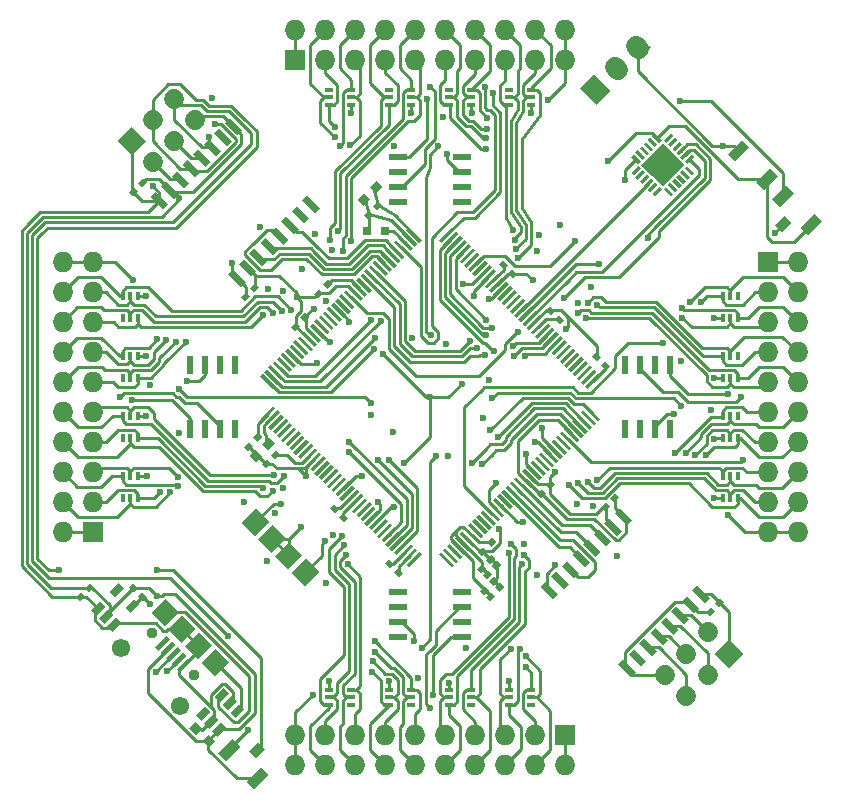
<source format=gbr>
G04 #@! TF.FileFunction,Copper,L4,Bot,Signal*
%FSLAX46Y46*%
G04 Gerber Fmt 4.6, Leading zero omitted, Abs format (unit mm)*
G04 Created by KiCad (PCBNEW 4.0.6-e0-6349~53~ubuntu14.04.1) date Fri Mar 31 13:46:59 2017*
%MOMM*%
%LPD*%
G01*
G04 APERTURE LIST*
%ADD10C,0.100000*%
%ADD11C,1.727200*%
%ADD12R,1.727200X1.727200*%
%ADD13O,1.727200X1.727200*%
%ADD14R,1.550000X0.600000*%
%ADD15R,0.749300X0.398780*%
%ADD16R,0.600000X1.550000*%
%ADD17R,0.398780X0.749300*%
%ADD18C,0.950000*%
%ADD19C,1.550000*%
%ADD20R,0.800000X0.750000*%
%ADD21C,0.600000*%
%ADD22C,0.250000*%
G04 APERTURE END LIST*
D10*
G36*
X14077763Y24705922D02*
X12640922Y26142763D01*
X13862237Y27364078D01*
X15299078Y25927237D01*
X14077763Y24705922D01*
X14077763Y24705922D01*
G37*
D11*
X15658288Y27938814D02*
X15873814Y27723288D01*
X17454339Y29734865D02*
X17669865Y29519339D01*
D10*
G36*
X22354328Y18995571D02*
X22142196Y18783439D01*
X21541156Y19384479D01*
X21753288Y19596611D01*
X22354328Y18995571D01*
X22354328Y18995571D01*
G37*
G36*
X22000774Y18642018D02*
X21788642Y18429886D01*
X21187602Y19030926D01*
X21399734Y19243058D01*
X22000774Y18642018D01*
X22000774Y18642018D01*
G37*
G36*
X21647221Y18288464D02*
X21435089Y18076332D01*
X20834049Y18677372D01*
X21046181Y18889504D01*
X21647221Y18288464D01*
X21647221Y18288464D01*
G37*
G36*
X21293668Y17934911D02*
X21081536Y17722779D01*
X20480496Y18323819D01*
X20692628Y18535951D01*
X21293668Y17934911D01*
X21293668Y17934911D01*
G37*
G36*
X20940114Y17581358D02*
X20727982Y17369226D01*
X20126942Y17970266D01*
X20339074Y18182398D01*
X20940114Y17581358D01*
X20940114Y17581358D01*
G37*
G36*
X20586561Y17227804D02*
X20374429Y17015672D01*
X19773389Y17616712D01*
X19985521Y17828844D01*
X20586561Y17227804D01*
X20586561Y17227804D01*
G37*
G36*
X18995571Y17015672D02*
X18783439Y17227804D01*
X19384479Y17828844D01*
X19596611Y17616712D01*
X18995571Y17015672D01*
X18995571Y17015672D01*
G37*
G36*
X18642018Y17369226D02*
X18429886Y17581358D01*
X19030926Y18182398D01*
X19243058Y17970266D01*
X18642018Y17369226D01*
X18642018Y17369226D01*
G37*
G36*
X18288464Y17722779D02*
X18076332Y17934911D01*
X18677372Y18535951D01*
X18889504Y18323819D01*
X18288464Y17722779D01*
X18288464Y17722779D01*
G37*
G36*
X17934911Y18076332D02*
X17722779Y18288464D01*
X18323819Y18889504D01*
X18535951Y18677372D01*
X17934911Y18076332D01*
X17934911Y18076332D01*
G37*
G36*
X17581358Y18429886D02*
X17369226Y18642018D01*
X17970266Y19243058D01*
X18182398Y19030926D01*
X17581358Y18429886D01*
X17581358Y18429886D01*
G37*
G36*
X17227804Y18783439D02*
X17015672Y18995571D01*
X17616712Y19596611D01*
X17828844Y19384479D01*
X17227804Y18783439D01*
X17227804Y18783439D01*
G37*
G36*
X17828844Y19985521D02*
X17616712Y19773389D01*
X17015672Y20374429D01*
X17227804Y20586561D01*
X17828844Y19985521D01*
X17828844Y19985521D01*
G37*
G36*
X18182398Y20339074D02*
X17970266Y20126942D01*
X17369226Y20727982D01*
X17581358Y20940114D01*
X18182398Y20339074D01*
X18182398Y20339074D01*
G37*
G36*
X18535951Y20692628D02*
X18323819Y20480496D01*
X17722779Y21081536D01*
X17934911Y21293668D01*
X18535951Y20692628D01*
X18535951Y20692628D01*
G37*
G36*
X18889504Y21046181D02*
X18677372Y20834049D01*
X18076332Y21435089D01*
X18288464Y21647221D01*
X18889504Y21046181D01*
X18889504Y21046181D01*
G37*
G36*
X19243058Y21399734D02*
X19030926Y21187602D01*
X18429886Y21788642D01*
X18642018Y22000774D01*
X19243058Y21399734D01*
X19243058Y21399734D01*
G37*
G36*
X19596611Y21753288D02*
X19384479Y21541156D01*
X18783439Y22142196D01*
X18995571Y22354328D01*
X19596611Y21753288D01*
X19596611Y21753288D01*
G37*
G36*
X19985521Y21541156D02*
X19773389Y21753288D01*
X20374429Y22354328D01*
X20586561Y22142196D01*
X19985521Y21541156D01*
X19985521Y21541156D01*
G37*
G36*
X20339074Y21187602D02*
X20126942Y21399734D01*
X20727982Y22000774D01*
X20940114Y21788642D01*
X20339074Y21187602D01*
X20339074Y21187602D01*
G37*
G36*
X20692628Y20834049D02*
X20480496Y21046181D01*
X21081536Y21647221D01*
X21293668Y21435089D01*
X20692628Y20834049D01*
X20692628Y20834049D01*
G37*
G36*
X21046181Y20480496D02*
X20834049Y20692628D01*
X21435089Y21293668D01*
X21647221Y21081536D01*
X21046181Y20480496D01*
X21046181Y20480496D01*
G37*
G36*
X21399734Y20126942D02*
X21187602Y20339074D01*
X21788642Y20940114D01*
X22000774Y20727982D01*
X21399734Y20126942D01*
X21399734Y20126942D01*
G37*
G36*
X21753288Y19773389D02*
X21541156Y19985521D01*
X22142196Y20586561D01*
X22354328Y20374429D01*
X21753288Y19773389D01*
X21753288Y19773389D01*
G37*
G36*
X19685000Y19685000D02*
X18765761Y18765761D01*
X17846522Y19685000D01*
X18765761Y20604239D01*
X19685000Y19685000D01*
X19685000Y19685000D01*
G37*
G36*
X20604239Y20604239D02*
X19685000Y19685000D01*
X18765761Y20604239D01*
X19685000Y21523478D01*
X20604239Y20604239D01*
X20604239Y20604239D01*
G37*
G36*
X20604239Y18765761D02*
X19685000Y17846522D01*
X18765761Y18765761D01*
X19685000Y19685000D01*
X20604239Y18765761D01*
X20604239Y18765761D01*
G37*
G36*
X21523478Y19685000D02*
X20604239Y18765761D01*
X19685000Y19685000D01*
X20604239Y20604239D01*
X21523478Y19685000D01*
X21523478Y19685000D01*
G37*
G36*
X-23683598Y16973155D02*
X-23259334Y17397419D01*
X-22198674Y16336759D01*
X-22622938Y15912495D01*
X-23683598Y16973155D01*
X-23683598Y16973155D01*
G37*
G36*
X-22785573Y17871181D02*
X-22361309Y18295445D01*
X-21300649Y17234785D01*
X-21724913Y16810521D01*
X-22785573Y17871181D01*
X-22785573Y17871181D01*
G37*
G36*
X-21887547Y18769206D02*
X-21463283Y19193470D01*
X-20402623Y18132810D01*
X-20826887Y17708546D01*
X-21887547Y18769206D01*
X-21887547Y18769206D01*
G37*
G36*
X-20989521Y19667232D02*
X-20565257Y20091496D01*
X-19504597Y19030836D01*
X-19928861Y18606572D01*
X-20989521Y19667232D01*
X-20989521Y19667232D01*
G37*
G36*
X-20091496Y20565257D02*
X-19667232Y20989521D01*
X-18606572Y19928861D01*
X-19030836Y19504597D01*
X-20091496Y20565257D01*
X-20091496Y20565257D01*
G37*
G36*
X-19193470Y21463283D02*
X-18769206Y21887547D01*
X-17708546Y20826887D01*
X-18132810Y20402623D01*
X-19193470Y21463283D01*
X-19193470Y21463283D01*
G37*
G36*
X-18295445Y22361309D02*
X-17871181Y22785573D01*
X-16810521Y21724913D01*
X-17234785Y21300649D01*
X-18295445Y22361309D01*
X-18295445Y22361309D01*
G37*
G36*
X-17397419Y23259334D02*
X-16973155Y23683598D01*
X-15912495Y22622938D01*
X-16336759Y22198674D01*
X-17397419Y23259334D01*
X-17397419Y23259334D01*
G37*
G36*
X-10821326Y16683241D02*
X-10397062Y17107505D01*
X-9336402Y16046845D01*
X-9760666Y15622581D01*
X-10821326Y16683241D01*
X-10821326Y16683241D01*
G37*
G36*
X-11719351Y15785215D02*
X-11295087Y16209479D01*
X-10234427Y15148819D01*
X-10658691Y14724555D01*
X-11719351Y15785215D01*
X-11719351Y15785215D01*
G37*
G36*
X-12617377Y14887190D02*
X-12193113Y15311454D01*
X-11132453Y14250794D01*
X-11556717Y13826530D01*
X-12617377Y14887190D01*
X-12617377Y14887190D01*
G37*
G36*
X-13515403Y13989164D02*
X-13091139Y14413428D01*
X-12030479Y13352768D01*
X-12454743Y12928504D01*
X-13515403Y13989164D01*
X-13515403Y13989164D01*
G37*
G36*
X-14413428Y13091139D02*
X-13989164Y13515403D01*
X-12928504Y12454743D01*
X-13352768Y12030479D01*
X-14413428Y13091139D01*
X-14413428Y13091139D01*
G37*
G36*
X-15311454Y12193113D02*
X-14887190Y12617377D01*
X-13826530Y11556717D01*
X-14250794Y11132453D01*
X-15311454Y12193113D01*
X-15311454Y12193113D01*
G37*
G36*
X-16209479Y11295087D02*
X-15785215Y11719351D01*
X-14724555Y10658691D01*
X-15148819Y10234427D01*
X-16209479Y11295087D01*
X-16209479Y11295087D01*
G37*
G36*
X-17107505Y10397062D02*
X-16683241Y10821326D01*
X-15622581Y9760666D01*
X-16046845Y9336402D01*
X-17107505Y10397062D01*
X-17107505Y10397062D01*
G37*
G36*
X-12019872Y-14565456D02*
X-13151243Y-13434085D01*
X-11949162Y-12232004D01*
X-10817791Y-13363375D01*
X-12019872Y-14565456D01*
X-12019872Y-14565456D01*
G37*
G36*
X-10605658Y-15979670D02*
X-11737029Y-14848299D01*
X-10534948Y-13646218D01*
X-9403577Y-14777589D01*
X-10605658Y-15979670D01*
X-10605658Y-15979670D01*
G37*
G36*
X-13434085Y-13151243D02*
X-14565456Y-12019872D01*
X-13363375Y-10817791D01*
X-12232004Y-11949162D01*
X-13434085Y-13151243D01*
X-13434085Y-13151243D01*
G37*
G36*
X-14848299Y-11737029D02*
X-15979670Y-10605658D01*
X-14777589Y-9403577D01*
X-13646218Y-10534948D01*
X-14848299Y-11737029D01*
X-14848299Y-11737029D01*
G37*
G36*
X-22485052Y-19373782D02*
X-23616423Y-18242411D01*
X-22414342Y-17040330D01*
X-21282971Y-18171701D01*
X-22485052Y-19373782D01*
X-22485052Y-19373782D01*
G37*
G36*
X-21070838Y-20787996D02*
X-22202209Y-19656625D01*
X-21000128Y-18454544D01*
X-19868757Y-19585915D01*
X-21070838Y-20787996D01*
X-21070838Y-20787996D01*
G37*
G36*
X-18242411Y-23616423D02*
X-19373782Y-22485052D01*
X-18171701Y-21282971D01*
X-17040330Y-22414342D01*
X-18242411Y-23616423D01*
X-18242411Y-23616423D01*
G37*
G36*
X-19656625Y-22202209D02*
X-20787996Y-21070838D01*
X-19585915Y-19868757D01*
X-18454544Y-21000128D01*
X-19656625Y-22202209D01*
X-19656625Y-22202209D01*
G37*
G36*
X14407301Y-1820800D02*
X14195169Y-2032932D01*
X13099153Y-936916D01*
X13311285Y-724784D01*
X14407301Y-1820800D01*
X14407301Y-1820800D01*
G37*
G36*
X14053748Y-2174354D02*
X13841616Y-2386486D01*
X12745600Y-1290470D01*
X12957732Y-1078338D01*
X14053748Y-2174354D01*
X14053748Y-2174354D01*
G37*
G36*
X13700194Y-2527907D02*
X13488062Y-2740039D01*
X12392046Y-1644023D01*
X12604178Y-1431891D01*
X13700194Y-2527907D01*
X13700194Y-2527907D01*
G37*
G36*
X13346641Y-2881460D02*
X13134509Y-3093592D01*
X12038493Y-1997576D01*
X12250625Y-1785444D01*
X13346641Y-2881460D01*
X13346641Y-2881460D01*
G37*
G36*
X12993087Y-3235014D02*
X12780955Y-3447146D01*
X11684939Y-2351130D01*
X11897071Y-2138998D01*
X12993087Y-3235014D01*
X12993087Y-3235014D01*
G37*
G36*
X12639534Y-3588567D02*
X12427402Y-3800699D01*
X11331386Y-2704683D01*
X11543518Y-2492551D01*
X12639534Y-3588567D01*
X12639534Y-3588567D01*
G37*
G36*
X12285981Y-3942121D02*
X12073849Y-4154253D01*
X10977833Y-3058237D01*
X11189965Y-2846105D01*
X12285981Y-3942121D01*
X12285981Y-3942121D01*
G37*
G36*
X11932427Y-4295674D02*
X11720295Y-4507806D01*
X10624279Y-3411790D01*
X10836411Y-3199658D01*
X11932427Y-4295674D01*
X11932427Y-4295674D01*
G37*
G36*
X11578874Y-4649227D02*
X11366742Y-4861359D01*
X10270726Y-3765343D01*
X10482858Y-3553211D01*
X11578874Y-4649227D01*
X11578874Y-4649227D01*
G37*
G36*
X11225320Y-5002781D02*
X11013188Y-5214913D01*
X9917172Y-4118897D01*
X10129304Y-3906765D01*
X11225320Y-5002781D01*
X11225320Y-5002781D01*
G37*
G36*
X10871767Y-5356334D02*
X10659635Y-5568466D01*
X9563619Y-4472450D01*
X9775751Y-4260318D01*
X10871767Y-5356334D01*
X10871767Y-5356334D01*
G37*
G36*
X10518214Y-5709888D02*
X10306082Y-5922020D01*
X9210066Y-4826004D01*
X9422198Y-4613872D01*
X10518214Y-5709888D01*
X10518214Y-5709888D01*
G37*
G36*
X10164660Y-6063441D02*
X9952528Y-6275573D01*
X8856512Y-5179557D01*
X9068644Y-4967425D01*
X10164660Y-6063441D01*
X10164660Y-6063441D01*
G37*
G36*
X9811107Y-6416994D02*
X9598975Y-6629126D01*
X8502959Y-5533110D01*
X8715091Y-5320978D01*
X9811107Y-6416994D01*
X9811107Y-6416994D01*
G37*
G36*
X9457553Y-6770548D02*
X9245421Y-6982680D01*
X8149405Y-5886664D01*
X8361537Y-5674532D01*
X9457553Y-6770548D01*
X9457553Y-6770548D01*
G37*
G36*
X9104000Y-7124101D02*
X8891868Y-7336233D01*
X7795852Y-6240217D01*
X8007984Y-6028085D01*
X9104000Y-7124101D01*
X9104000Y-7124101D01*
G37*
G36*
X8750447Y-7477654D02*
X8538315Y-7689786D01*
X7442299Y-6593770D01*
X7654431Y-6381638D01*
X8750447Y-7477654D01*
X8750447Y-7477654D01*
G37*
G36*
X8396893Y-7831208D02*
X8184761Y-8043340D01*
X7088745Y-6947324D01*
X7300877Y-6735192D01*
X8396893Y-7831208D01*
X8396893Y-7831208D01*
G37*
G36*
X8043340Y-8184761D02*
X7831208Y-8396893D01*
X6735192Y-7300877D01*
X6947324Y-7088745D01*
X8043340Y-8184761D01*
X8043340Y-8184761D01*
G37*
G36*
X7689786Y-8538315D02*
X7477654Y-8750447D01*
X6381638Y-7654431D01*
X6593770Y-7442299D01*
X7689786Y-8538315D01*
X7689786Y-8538315D01*
G37*
G36*
X7336233Y-8891868D02*
X7124101Y-9104000D01*
X6028085Y-8007984D01*
X6240217Y-7795852D01*
X7336233Y-8891868D01*
X7336233Y-8891868D01*
G37*
G36*
X6982680Y-9245421D02*
X6770548Y-9457553D01*
X5674532Y-8361537D01*
X5886664Y-8149405D01*
X6982680Y-9245421D01*
X6982680Y-9245421D01*
G37*
G36*
X6629126Y-9598975D02*
X6416994Y-9811107D01*
X5320978Y-8715091D01*
X5533110Y-8502959D01*
X6629126Y-9598975D01*
X6629126Y-9598975D01*
G37*
G36*
X6275573Y-9952528D02*
X6063441Y-10164660D01*
X4967425Y-9068644D01*
X5179557Y-8856512D01*
X6275573Y-9952528D01*
X6275573Y-9952528D01*
G37*
G36*
X5922020Y-10306082D02*
X5709888Y-10518214D01*
X4613872Y-9422198D01*
X4826004Y-9210066D01*
X5922020Y-10306082D01*
X5922020Y-10306082D01*
G37*
G36*
X5568466Y-10659635D02*
X5356334Y-10871767D01*
X4260318Y-9775751D01*
X4472450Y-9563619D01*
X5568466Y-10659635D01*
X5568466Y-10659635D01*
G37*
G36*
X5214913Y-11013188D02*
X5002781Y-11225320D01*
X3906765Y-10129304D01*
X4118897Y-9917172D01*
X5214913Y-11013188D01*
X5214913Y-11013188D01*
G37*
G36*
X4861359Y-11366742D02*
X4649227Y-11578874D01*
X3553211Y-10482858D01*
X3765343Y-10270726D01*
X4861359Y-11366742D01*
X4861359Y-11366742D01*
G37*
G36*
X4507806Y-11720295D02*
X4295674Y-11932427D01*
X3199658Y-10836411D01*
X3411790Y-10624279D01*
X4507806Y-11720295D01*
X4507806Y-11720295D01*
G37*
G36*
X4154253Y-12073849D02*
X3942121Y-12285981D01*
X2846105Y-11189965D01*
X3058237Y-10977833D01*
X4154253Y-12073849D01*
X4154253Y-12073849D01*
G37*
G36*
X3800699Y-12427402D02*
X3588567Y-12639534D01*
X2492551Y-11543518D01*
X2704683Y-11331386D01*
X3800699Y-12427402D01*
X3800699Y-12427402D01*
G37*
G36*
X3447146Y-12780955D02*
X3235014Y-12993087D01*
X2138998Y-11897071D01*
X2351130Y-11684939D01*
X3447146Y-12780955D01*
X3447146Y-12780955D01*
G37*
G36*
X3093592Y-13134509D02*
X2881460Y-13346641D01*
X1785444Y-12250625D01*
X1997576Y-12038493D01*
X3093592Y-13134509D01*
X3093592Y-13134509D01*
G37*
G36*
X2740039Y-13488062D02*
X2527907Y-13700194D01*
X1431891Y-12604178D01*
X1644023Y-12392046D01*
X2740039Y-13488062D01*
X2740039Y-13488062D01*
G37*
G36*
X2386486Y-13841616D02*
X2174354Y-14053748D01*
X1078338Y-12957732D01*
X1290470Y-12745600D01*
X2386486Y-13841616D01*
X2386486Y-13841616D01*
G37*
G36*
X2032932Y-14195169D02*
X1820800Y-14407301D01*
X724784Y-13311285D01*
X936916Y-13099153D01*
X2032932Y-14195169D01*
X2032932Y-14195169D01*
G37*
G36*
X-1820800Y-14407301D02*
X-2032932Y-14195169D01*
X-936916Y-13099153D01*
X-724784Y-13311285D01*
X-1820800Y-14407301D01*
X-1820800Y-14407301D01*
G37*
G36*
X-2174354Y-14053748D02*
X-2386486Y-13841616D01*
X-1290470Y-12745600D01*
X-1078338Y-12957732D01*
X-2174354Y-14053748D01*
X-2174354Y-14053748D01*
G37*
G36*
X-2527907Y-13700194D02*
X-2740039Y-13488062D01*
X-1644023Y-12392046D01*
X-1431891Y-12604178D01*
X-2527907Y-13700194D01*
X-2527907Y-13700194D01*
G37*
G36*
X-2881460Y-13346641D02*
X-3093592Y-13134509D01*
X-1997576Y-12038493D01*
X-1785444Y-12250625D01*
X-2881460Y-13346641D01*
X-2881460Y-13346641D01*
G37*
G36*
X-3235014Y-12993087D02*
X-3447146Y-12780955D01*
X-2351130Y-11684939D01*
X-2138998Y-11897071D01*
X-3235014Y-12993087D01*
X-3235014Y-12993087D01*
G37*
G36*
X-3588567Y-12639534D02*
X-3800699Y-12427402D01*
X-2704683Y-11331386D01*
X-2492551Y-11543518D01*
X-3588567Y-12639534D01*
X-3588567Y-12639534D01*
G37*
G36*
X-3942121Y-12285981D02*
X-4154253Y-12073849D01*
X-3058237Y-10977833D01*
X-2846105Y-11189965D01*
X-3942121Y-12285981D01*
X-3942121Y-12285981D01*
G37*
G36*
X-4295674Y-11932427D02*
X-4507806Y-11720295D01*
X-3411790Y-10624279D01*
X-3199658Y-10836411D01*
X-4295674Y-11932427D01*
X-4295674Y-11932427D01*
G37*
G36*
X-4649227Y-11578874D02*
X-4861359Y-11366742D01*
X-3765343Y-10270726D01*
X-3553211Y-10482858D01*
X-4649227Y-11578874D01*
X-4649227Y-11578874D01*
G37*
G36*
X-5002781Y-11225320D02*
X-5214913Y-11013188D01*
X-4118897Y-9917172D01*
X-3906765Y-10129304D01*
X-5002781Y-11225320D01*
X-5002781Y-11225320D01*
G37*
G36*
X-5356334Y-10871767D02*
X-5568466Y-10659635D01*
X-4472450Y-9563619D01*
X-4260318Y-9775751D01*
X-5356334Y-10871767D01*
X-5356334Y-10871767D01*
G37*
G36*
X-5709888Y-10518214D02*
X-5922020Y-10306082D01*
X-4826004Y-9210066D01*
X-4613872Y-9422198D01*
X-5709888Y-10518214D01*
X-5709888Y-10518214D01*
G37*
G36*
X-6063441Y-10164660D02*
X-6275573Y-9952528D01*
X-5179557Y-8856512D01*
X-4967425Y-9068644D01*
X-6063441Y-10164660D01*
X-6063441Y-10164660D01*
G37*
G36*
X-6416994Y-9811107D02*
X-6629126Y-9598975D01*
X-5533110Y-8502959D01*
X-5320978Y-8715091D01*
X-6416994Y-9811107D01*
X-6416994Y-9811107D01*
G37*
G36*
X-6770548Y-9457553D02*
X-6982680Y-9245421D01*
X-5886664Y-8149405D01*
X-5674532Y-8361537D01*
X-6770548Y-9457553D01*
X-6770548Y-9457553D01*
G37*
G36*
X-7124101Y-9104000D02*
X-7336233Y-8891868D01*
X-6240217Y-7795852D01*
X-6028085Y-8007984D01*
X-7124101Y-9104000D01*
X-7124101Y-9104000D01*
G37*
G36*
X-7477654Y-8750447D02*
X-7689786Y-8538315D01*
X-6593770Y-7442299D01*
X-6381638Y-7654431D01*
X-7477654Y-8750447D01*
X-7477654Y-8750447D01*
G37*
G36*
X-7831208Y-8396893D02*
X-8043340Y-8184761D01*
X-6947324Y-7088745D01*
X-6735192Y-7300877D01*
X-7831208Y-8396893D01*
X-7831208Y-8396893D01*
G37*
G36*
X-8184761Y-8043340D02*
X-8396893Y-7831208D01*
X-7300877Y-6735192D01*
X-7088745Y-6947324D01*
X-8184761Y-8043340D01*
X-8184761Y-8043340D01*
G37*
G36*
X-8538315Y-7689786D02*
X-8750447Y-7477654D01*
X-7654431Y-6381638D01*
X-7442299Y-6593770D01*
X-8538315Y-7689786D01*
X-8538315Y-7689786D01*
G37*
G36*
X-8891868Y-7336233D02*
X-9104000Y-7124101D01*
X-8007984Y-6028085D01*
X-7795852Y-6240217D01*
X-8891868Y-7336233D01*
X-8891868Y-7336233D01*
G37*
G36*
X-9245421Y-6982680D02*
X-9457553Y-6770548D01*
X-8361537Y-5674532D01*
X-8149405Y-5886664D01*
X-9245421Y-6982680D01*
X-9245421Y-6982680D01*
G37*
G36*
X-9598975Y-6629126D02*
X-9811107Y-6416994D01*
X-8715091Y-5320978D01*
X-8502959Y-5533110D01*
X-9598975Y-6629126D01*
X-9598975Y-6629126D01*
G37*
G36*
X-9952528Y-6275573D02*
X-10164660Y-6063441D01*
X-9068644Y-4967425D01*
X-8856512Y-5179557D01*
X-9952528Y-6275573D01*
X-9952528Y-6275573D01*
G37*
G36*
X-10306082Y-5922020D02*
X-10518214Y-5709888D01*
X-9422198Y-4613872D01*
X-9210066Y-4826004D01*
X-10306082Y-5922020D01*
X-10306082Y-5922020D01*
G37*
G36*
X-10659635Y-5568466D02*
X-10871767Y-5356334D01*
X-9775751Y-4260318D01*
X-9563619Y-4472450D01*
X-10659635Y-5568466D01*
X-10659635Y-5568466D01*
G37*
G36*
X-11013188Y-5214913D02*
X-11225320Y-5002781D01*
X-10129304Y-3906765D01*
X-9917172Y-4118897D01*
X-11013188Y-5214913D01*
X-11013188Y-5214913D01*
G37*
G36*
X-11366742Y-4861359D02*
X-11578874Y-4649227D01*
X-10482858Y-3553211D01*
X-10270726Y-3765343D01*
X-11366742Y-4861359D01*
X-11366742Y-4861359D01*
G37*
G36*
X-11720295Y-4507806D02*
X-11932427Y-4295674D01*
X-10836411Y-3199658D01*
X-10624279Y-3411790D01*
X-11720295Y-4507806D01*
X-11720295Y-4507806D01*
G37*
G36*
X-12073849Y-4154253D02*
X-12285981Y-3942121D01*
X-11189965Y-2846105D01*
X-10977833Y-3058237D01*
X-12073849Y-4154253D01*
X-12073849Y-4154253D01*
G37*
G36*
X-12427402Y-3800699D02*
X-12639534Y-3588567D01*
X-11543518Y-2492551D01*
X-11331386Y-2704683D01*
X-12427402Y-3800699D01*
X-12427402Y-3800699D01*
G37*
G36*
X-12780955Y-3447146D02*
X-12993087Y-3235014D01*
X-11897071Y-2138998D01*
X-11684939Y-2351130D01*
X-12780955Y-3447146D01*
X-12780955Y-3447146D01*
G37*
G36*
X-13134509Y-3093592D02*
X-13346641Y-2881460D01*
X-12250625Y-1785444D01*
X-12038493Y-1997576D01*
X-13134509Y-3093592D01*
X-13134509Y-3093592D01*
G37*
G36*
X-13488062Y-2740039D02*
X-13700194Y-2527907D01*
X-12604178Y-1431891D01*
X-12392046Y-1644023D01*
X-13488062Y-2740039D01*
X-13488062Y-2740039D01*
G37*
G36*
X-13841616Y-2386486D02*
X-14053748Y-2174354D01*
X-12957732Y-1078338D01*
X-12745600Y-1290470D01*
X-13841616Y-2386486D01*
X-13841616Y-2386486D01*
G37*
G36*
X-14195169Y-2032932D02*
X-14407301Y-1820800D01*
X-13311285Y-724784D01*
X-13099153Y-936916D01*
X-14195169Y-2032932D01*
X-14195169Y-2032932D01*
G37*
G36*
X-13099153Y936916D02*
X-13311285Y724784D01*
X-14407301Y1820800D01*
X-14195169Y2032932D01*
X-13099153Y936916D01*
X-13099153Y936916D01*
G37*
G36*
X-12745600Y1290470D02*
X-12957732Y1078338D01*
X-14053748Y2174354D01*
X-13841616Y2386486D01*
X-12745600Y1290470D01*
X-12745600Y1290470D01*
G37*
G36*
X-12392046Y1644023D02*
X-12604178Y1431891D01*
X-13700194Y2527907D01*
X-13488062Y2740039D01*
X-12392046Y1644023D01*
X-12392046Y1644023D01*
G37*
G36*
X-12038493Y1997576D02*
X-12250625Y1785444D01*
X-13346641Y2881460D01*
X-13134509Y3093592D01*
X-12038493Y1997576D01*
X-12038493Y1997576D01*
G37*
G36*
X-11684939Y2351130D02*
X-11897071Y2138998D01*
X-12993087Y3235014D01*
X-12780955Y3447146D01*
X-11684939Y2351130D01*
X-11684939Y2351130D01*
G37*
G36*
X-11331386Y2704683D02*
X-11543518Y2492551D01*
X-12639534Y3588567D01*
X-12427402Y3800699D01*
X-11331386Y2704683D01*
X-11331386Y2704683D01*
G37*
G36*
X-10977833Y3058237D02*
X-11189965Y2846105D01*
X-12285981Y3942121D01*
X-12073849Y4154253D01*
X-10977833Y3058237D01*
X-10977833Y3058237D01*
G37*
G36*
X-10624279Y3411790D02*
X-10836411Y3199658D01*
X-11932427Y4295674D01*
X-11720295Y4507806D01*
X-10624279Y3411790D01*
X-10624279Y3411790D01*
G37*
G36*
X-10270726Y3765343D02*
X-10482858Y3553211D01*
X-11578874Y4649227D01*
X-11366742Y4861359D01*
X-10270726Y3765343D01*
X-10270726Y3765343D01*
G37*
G36*
X-9917172Y4118897D02*
X-10129304Y3906765D01*
X-11225320Y5002781D01*
X-11013188Y5214913D01*
X-9917172Y4118897D01*
X-9917172Y4118897D01*
G37*
G36*
X-9563619Y4472450D02*
X-9775751Y4260318D01*
X-10871767Y5356334D01*
X-10659635Y5568466D01*
X-9563619Y4472450D01*
X-9563619Y4472450D01*
G37*
G36*
X-9210066Y4826004D02*
X-9422198Y4613872D01*
X-10518214Y5709888D01*
X-10306082Y5922020D01*
X-9210066Y4826004D01*
X-9210066Y4826004D01*
G37*
G36*
X-8856512Y5179557D02*
X-9068644Y4967425D01*
X-10164660Y6063441D01*
X-9952528Y6275573D01*
X-8856512Y5179557D01*
X-8856512Y5179557D01*
G37*
G36*
X-8502959Y5533110D02*
X-8715091Y5320978D01*
X-9811107Y6416994D01*
X-9598975Y6629126D01*
X-8502959Y5533110D01*
X-8502959Y5533110D01*
G37*
G36*
X-8149405Y5886664D02*
X-8361537Y5674532D01*
X-9457553Y6770548D01*
X-9245421Y6982680D01*
X-8149405Y5886664D01*
X-8149405Y5886664D01*
G37*
G36*
X-7795852Y6240217D02*
X-8007984Y6028085D01*
X-9104000Y7124101D01*
X-8891868Y7336233D01*
X-7795852Y6240217D01*
X-7795852Y6240217D01*
G37*
G36*
X-7442299Y6593770D02*
X-7654431Y6381638D01*
X-8750447Y7477654D01*
X-8538315Y7689786D01*
X-7442299Y6593770D01*
X-7442299Y6593770D01*
G37*
G36*
X-7088745Y6947324D02*
X-7300877Y6735192D01*
X-8396893Y7831208D01*
X-8184761Y8043340D01*
X-7088745Y6947324D01*
X-7088745Y6947324D01*
G37*
G36*
X-6735192Y7300877D02*
X-6947324Y7088745D01*
X-8043340Y8184761D01*
X-7831208Y8396893D01*
X-6735192Y7300877D01*
X-6735192Y7300877D01*
G37*
G36*
X-6381638Y7654431D02*
X-6593770Y7442299D01*
X-7689786Y8538315D01*
X-7477654Y8750447D01*
X-6381638Y7654431D01*
X-6381638Y7654431D01*
G37*
G36*
X-6028085Y8007984D02*
X-6240217Y7795852D01*
X-7336233Y8891868D01*
X-7124101Y9104000D01*
X-6028085Y8007984D01*
X-6028085Y8007984D01*
G37*
G36*
X-5674532Y8361537D02*
X-5886664Y8149405D01*
X-6982680Y9245421D01*
X-6770548Y9457553D01*
X-5674532Y8361537D01*
X-5674532Y8361537D01*
G37*
G36*
X-5320978Y8715091D02*
X-5533110Y8502959D01*
X-6629126Y9598975D01*
X-6416994Y9811107D01*
X-5320978Y8715091D01*
X-5320978Y8715091D01*
G37*
G36*
X-4967425Y9068644D02*
X-5179557Y8856512D01*
X-6275573Y9952528D01*
X-6063441Y10164660D01*
X-4967425Y9068644D01*
X-4967425Y9068644D01*
G37*
G36*
X-4613872Y9422198D02*
X-4826004Y9210066D01*
X-5922020Y10306082D01*
X-5709888Y10518214D01*
X-4613872Y9422198D01*
X-4613872Y9422198D01*
G37*
G36*
X-4260318Y9775751D02*
X-4472450Y9563619D01*
X-5568466Y10659635D01*
X-5356334Y10871767D01*
X-4260318Y9775751D01*
X-4260318Y9775751D01*
G37*
G36*
X-3906765Y10129304D02*
X-4118897Y9917172D01*
X-5214913Y11013188D01*
X-5002781Y11225320D01*
X-3906765Y10129304D01*
X-3906765Y10129304D01*
G37*
G36*
X-3553211Y10482858D02*
X-3765343Y10270726D01*
X-4861359Y11366742D01*
X-4649227Y11578874D01*
X-3553211Y10482858D01*
X-3553211Y10482858D01*
G37*
G36*
X-3199658Y10836411D02*
X-3411790Y10624279D01*
X-4507806Y11720295D01*
X-4295674Y11932427D01*
X-3199658Y10836411D01*
X-3199658Y10836411D01*
G37*
G36*
X-2846105Y11189965D02*
X-3058237Y10977833D01*
X-4154253Y12073849D01*
X-3942121Y12285981D01*
X-2846105Y11189965D01*
X-2846105Y11189965D01*
G37*
G36*
X-2492551Y11543518D02*
X-2704683Y11331386D01*
X-3800699Y12427402D01*
X-3588567Y12639534D01*
X-2492551Y11543518D01*
X-2492551Y11543518D01*
G37*
G36*
X-2138998Y11897071D02*
X-2351130Y11684939D01*
X-3447146Y12780955D01*
X-3235014Y12993087D01*
X-2138998Y11897071D01*
X-2138998Y11897071D01*
G37*
G36*
X-1785444Y12250625D02*
X-1997576Y12038493D01*
X-3093592Y13134509D01*
X-2881460Y13346641D01*
X-1785444Y12250625D01*
X-1785444Y12250625D01*
G37*
G36*
X-1431891Y12604178D02*
X-1644023Y12392046D01*
X-2740039Y13488062D01*
X-2527907Y13700194D01*
X-1431891Y12604178D01*
X-1431891Y12604178D01*
G37*
G36*
X-1078338Y12957732D02*
X-1290470Y12745600D01*
X-2386486Y13841616D01*
X-2174354Y14053748D01*
X-1078338Y12957732D01*
X-1078338Y12957732D01*
G37*
G36*
X-724784Y13311285D02*
X-936916Y13099153D01*
X-2032932Y14195169D01*
X-1820800Y14407301D01*
X-724784Y13311285D01*
X-724784Y13311285D01*
G37*
G36*
X936916Y13099153D02*
X724784Y13311285D01*
X1820800Y14407301D01*
X2032932Y14195169D01*
X936916Y13099153D01*
X936916Y13099153D01*
G37*
G36*
X1290470Y12745600D02*
X1078338Y12957732D01*
X2174354Y14053748D01*
X2386486Y13841616D01*
X1290470Y12745600D01*
X1290470Y12745600D01*
G37*
G36*
X1644023Y12392046D02*
X1431891Y12604178D01*
X2527907Y13700194D01*
X2740039Y13488062D01*
X1644023Y12392046D01*
X1644023Y12392046D01*
G37*
G36*
X1997576Y12038493D02*
X1785444Y12250625D01*
X2881460Y13346641D01*
X3093592Y13134509D01*
X1997576Y12038493D01*
X1997576Y12038493D01*
G37*
G36*
X2351130Y11684939D02*
X2138998Y11897071D01*
X3235014Y12993087D01*
X3447146Y12780955D01*
X2351130Y11684939D01*
X2351130Y11684939D01*
G37*
G36*
X2704683Y11331386D02*
X2492551Y11543518D01*
X3588567Y12639534D01*
X3800699Y12427402D01*
X2704683Y11331386D01*
X2704683Y11331386D01*
G37*
G36*
X3058237Y10977833D02*
X2846105Y11189965D01*
X3942121Y12285981D01*
X4154253Y12073849D01*
X3058237Y10977833D01*
X3058237Y10977833D01*
G37*
G36*
X3411790Y10624279D02*
X3199658Y10836411D01*
X4295674Y11932427D01*
X4507806Y11720295D01*
X3411790Y10624279D01*
X3411790Y10624279D01*
G37*
G36*
X3765343Y10270726D02*
X3553211Y10482858D01*
X4649227Y11578874D01*
X4861359Y11366742D01*
X3765343Y10270726D01*
X3765343Y10270726D01*
G37*
G36*
X4118897Y9917172D02*
X3906765Y10129304D01*
X5002781Y11225320D01*
X5214913Y11013188D01*
X4118897Y9917172D01*
X4118897Y9917172D01*
G37*
G36*
X4472450Y9563619D02*
X4260318Y9775751D01*
X5356334Y10871767D01*
X5568466Y10659635D01*
X4472450Y9563619D01*
X4472450Y9563619D01*
G37*
G36*
X4826004Y9210066D02*
X4613872Y9422198D01*
X5709888Y10518214D01*
X5922020Y10306082D01*
X4826004Y9210066D01*
X4826004Y9210066D01*
G37*
G36*
X5179557Y8856512D02*
X4967425Y9068644D01*
X6063441Y10164660D01*
X6275573Y9952528D01*
X5179557Y8856512D01*
X5179557Y8856512D01*
G37*
G36*
X5533110Y8502959D02*
X5320978Y8715091D01*
X6416994Y9811107D01*
X6629126Y9598975D01*
X5533110Y8502959D01*
X5533110Y8502959D01*
G37*
G36*
X5886664Y8149405D02*
X5674532Y8361537D01*
X6770548Y9457553D01*
X6982680Y9245421D01*
X5886664Y8149405D01*
X5886664Y8149405D01*
G37*
G36*
X6240217Y7795852D02*
X6028085Y8007984D01*
X7124101Y9104000D01*
X7336233Y8891868D01*
X6240217Y7795852D01*
X6240217Y7795852D01*
G37*
G36*
X6593770Y7442299D02*
X6381638Y7654431D01*
X7477654Y8750447D01*
X7689786Y8538315D01*
X6593770Y7442299D01*
X6593770Y7442299D01*
G37*
G36*
X6947324Y7088745D02*
X6735192Y7300877D01*
X7831208Y8396893D01*
X8043340Y8184761D01*
X6947324Y7088745D01*
X6947324Y7088745D01*
G37*
G36*
X7300877Y6735192D02*
X7088745Y6947324D01*
X8184761Y8043340D01*
X8396893Y7831208D01*
X7300877Y6735192D01*
X7300877Y6735192D01*
G37*
G36*
X7654431Y6381638D02*
X7442299Y6593770D01*
X8538315Y7689786D01*
X8750447Y7477654D01*
X7654431Y6381638D01*
X7654431Y6381638D01*
G37*
G36*
X8007984Y6028085D02*
X7795852Y6240217D01*
X8891868Y7336233D01*
X9104000Y7124101D01*
X8007984Y6028085D01*
X8007984Y6028085D01*
G37*
G36*
X8361537Y5674532D02*
X8149405Y5886664D01*
X9245421Y6982680D01*
X9457553Y6770548D01*
X8361537Y5674532D01*
X8361537Y5674532D01*
G37*
G36*
X8715091Y5320978D02*
X8502959Y5533110D01*
X9598975Y6629126D01*
X9811107Y6416994D01*
X8715091Y5320978D01*
X8715091Y5320978D01*
G37*
G36*
X9068644Y4967425D02*
X8856512Y5179557D01*
X9952528Y6275573D01*
X10164660Y6063441D01*
X9068644Y4967425D01*
X9068644Y4967425D01*
G37*
G36*
X9422198Y4613872D02*
X9210066Y4826004D01*
X10306082Y5922020D01*
X10518214Y5709888D01*
X9422198Y4613872D01*
X9422198Y4613872D01*
G37*
G36*
X9775751Y4260318D02*
X9563619Y4472450D01*
X10659635Y5568466D01*
X10871767Y5356334D01*
X9775751Y4260318D01*
X9775751Y4260318D01*
G37*
G36*
X10129304Y3906765D02*
X9917172Y4118897D01*
X11013188Y5214913D01*
X11225320Y5002781D01*
X10129304Y3906765D01*
X10129304Y3906765D01*
G37*
G36*
X10482858Y3553211D02*
X10270726Y3765343D01*
X11366742Y4861359D01*
X11578874Y4649227D01*
X10482858Y3553211D01*
X10482858Y3553211D01*
G37*
G36*
X10836411Y3199658D02*
X10624279Y3411790D01*
X11720295Y4507806D01*
X11932427Y4295674D01*
X10836411Y3199658D01*
X10836411Y3199658D01*
G37*
G36*
X11189965Y2846105D02*
X10977833Y3058237D01*
X12073849Y4154253D01*
X12285981Y3942121D01*
X11189965Y2846105D01*
X11189965Y2846105D01*
G37*
G36*
X11543518Y2492551D02*
X11331386Y2704683D01*
X12427402Y3800699D01*
X12639534Y3588567D01*
X11543518Y2492551D01*
X11543518Y2492551D01*
G37*
G36*
X11897071Y2138998D02*
X11684939Y2351130D01*
X12780955Y3447146D01*
X12993087Y3235014D01*
X11897071Y2138998D01*
X11897071Y2138998D01*
G37*
G36*
X12250625Y1785444D02*
X12038493Y1997576D01*
X13134509Y3093592D01*
X13346641Y2881460D01*
X12250625Y1785444D01*
X12250625Y1785444D01*
G37*
G36*
X12604178Y1431891D02*
X12392046Y1644023D01*
X13488062Y2740039D01*
X13700194Y2527907D01*
X12604178Y1431891D01*
X12604178Y1431891D01*
G37*
G36*
X12957732Y1078338D02*
X12745600Y1290470D01*
X13841616Y2386486D01*
X14053748Y2174354D01*
X12957732Y1078338D01*
X12957732Y1078338D01*
G37*
G36*
X13311285Y724784D02*
X13099153Y936916D01*
X14195169Y2032932D01*
X14407301Y1820800D01*
X13311285Y724784D01*
X13311285Y724784D01*
G37*
G36*
X23683598Y-16973155D02*
X23259334Y-17397419D01*
X22198674Y-16336759D01*
X22622938Y-15912495D01*
X23683598Y-16973155D01*
X23683598Y-16973155D01*
G37*
G36*
X22785573Y-17871181D02*
X22361309Y-18295445D01*
X21300649Y-17234785D01*
X21724913Y-16810521D01*
X22785573Y-17871181D01*
X22785573Y-17871181D01*
G37*
G36*
X21887547Y-18769206D02*
X21463283Y-19193470D01*
X20402623Y-18132810D01*
X20826887Y-17708546D01*
X21887547Y-18769206D01*
X21887547Y-18769206D01*
G37*
G36*
X20989521Y-19667232D02*
X20565257Y-20091496D01*
X19504597Y-19030836D01*
X19928861Y-18606572D01*
X20989521Y-19667232D01*
X20989521Y-19667232D01*
G37*
G36*
X20091496Y-20565257D02*
X19667232Y-20989521D01*
X18606572Y-19928861D01*
X19030836Y-19504597D01*
X20091496Y-20565257D01*
X20091496Y-20565257D01*
G37*
G36*
X19193470Y-21463283D02*
X18769206Y-21887547D01*
X17708546Y-20826887D01*
X18132810Y-20402623D01*
X19193470Y-21463283D01*
X19193470Y-21463283D01*
G37*
G36*
X18295445Y-22361309D02*
X17871181Y-22785573D01*
X16810521Y-21724913D01*
X17234785Y-21300649D01*
X18295445Y-22361309D01*
X18295445Y-22361309D01*
G37*
G36*
X17397419Y-23259334D02*
X16973155Y-23683598D01*
X15912495Y-22622938D01*
X16336759Y-22198674D01*
X17397419Y-23259334D01*
X17397419Y-23259334D01*
G37*
G36*
X10821326Y-16683241D02*
X10397062Y-17107505D01*
X9336402Y-16046845D01*
X9760666Y-15622581D01*
X10821326Y-16683241D01*
X10821326Y-16683241D01*
G37*
G36*
X11719351Y-15785215D02*
X11295087Y-16209479D01*
X10234427Y-15148819D01*
X10658691Y-14724555D01*
X11719351Y-15785215D01*
X11719351Y-15785215D01*
G37*
G36*
X12617377Y-14887190D02*
X12193113Y-15311454D01*
X11132453Y-14250794D01*
X11556717Y-13826530D01*
X12617377Y-14887190D01*
X12617377Y-14887190D01*
G37*
G36*
X13515403Y-13989164D02*
X13091139Y-14413428D01*
X12030479Y-13352768D01*
X12454743Y-12928504D01*
X13515403Y-13989164D01*
X13515403Y-13989164D01*
G37*
G36*
X14413428Y-13091139D02*
X13989164Y-13515403D01*
X12928504Y-12454743D01*
X13352768Y-12030479D01*
X14413428Y-13091139D01*
X14413428Y-13091139D01*
G37*
G36*
X15311454Y-12193113D02*
X14887190Y-12617377D01*
X13826530Y-11556717D01*
X14250794Y-11132453D01*
X15311454Y-12193113D01*
X15311454Y-12193113D01*
G37*
G36*
X16209479Y-11295087D02*
X15785215Y-11719351D01*
X14724555Y-10658691D01*
X15148819Y-10234427D01*
X16209479Y-11295087D01*
X16209479Y-11295087D01*
G37*
G36*
X17107505Y-10397062D02*
X16683241Y-10821326D01*
X15622581Y-9760666D01*
X16046845Y-9336402D01*
X17107505Y-10397062D01*
X17107505Y-10397062D01*
G37*
D12*
X11430000Y-28575000D03*
D13*
X11430000Y-31115000D03*
X8890000Y-28575000D03*
X8890000Y-31115000D03*
X6350000Y-28575000D03*
X6350000Y-31115000D03*
X3810000Y-28575000D03*
X3810000Y-31115000D03*
X1270000Y-28575000D03*
X1270000Y-31115000D03*
X-1270000Y-28575000D03*
X-1270000Y-31115000D03*
X-3810000Y-28575000D03*
X-3810000Y-31115000D03*
X-6350000Y-28575000D03*
X-6350000Y-31115000D03*
X-8890000Y-28575000D03*
X-8890000Y-31115000D03*
X-11430000Y-28575000D03*
X-11430000Y-31115000D03*
D12*
X-28575000Y-11430000D03*
D13*
X-31115000Y-11430000D03*
X-28575000Y-8890000D03*
X-31115000Y-8890000D03*
X-28575000Y-6350000D03*
X-31115000Y-6350000D03*
X-28575000Y-3810000D03*
X-31115000Y-3810000D03*
X-28575000Y-1270000D03*
X-31115000Y-1270000D03*
X-28575000Y1270000D03*
X-31115000Y1270000D03*
X-28575000Y3810000D03*
X-31115000Y3810000D03*
X-28575000Y6350000D03*
X-31115000Y6350000D03*
X-28575000Y8890000D03*
X-31115000Y8890000D03*
X-28575000Y11430000D03*
X-31115000Y11430000D03*
D12*
X-11430000Y28575000D03*
D13*
X-11430000Y31115000D03*
X-8890000Y28575000D03*
X-8890000Y31115000D03*
X-6350000Y28575000D03*
X-6350000Y31115000D03*
X-3810000Y28575000D03*
X-3810000Y31115000D03*
X-1270000Y28575000D03*
X-1270000Y31115000D03*
X1270000Y28575000D03*
X1270000Y31115000D03*
X3810000Y28575000D03*
X3810000Y31115000D03*
X6350000Y28575000D03*
X6350000Y31115000D03*
X8890000Y28575000D03*
X8890000Y31115000D03*
X11430000Y28575000D03*
X11430000Y31115000D03*
D12*
X28575000Y11430000D03*
D13*
X31115000Y11430000D03*
X28575000Y8890000D03*
X31115000Y8890000D03*
X28575000Y6350000D03*
X31115000Y6350000D03*
X28575000Y3810000D03*
X31115000Y3810000D03*
X28575000Y1270000D03*
X31115000Y1270000D03*
X28575000Y-1270000D03*
X31115000Y-1270000D03*
X28575000Y-3810000D03*
X31115000Y-3810000D03*
X28575000Y-6350000D03*
X31115000Y-6350000D03*
X28575000Y-8890000D03*
X31115000Y-8890000D03*
X28575000Y-11430000D03*
X31115000Y-11430000D03*
D14*
X2700000Y-16510000D03*
X2700000Y-17780000D03*
X2700000Y-19050000D03*
X2700000Y-20320000D03*
X-2700000Y-20320000D03*
X-2700000Y-19050000D03*
X-2700000Y-17780000D03*
X-2700000Y-16510000D03*
D15*
X6670040Y-26050240D03*
X6670040Y-25400000D03*
X6670040Y-24749760D03*
X8569960Y-24749760D03*
X8569960Y-25400000D03*
X8569960Y-26050240D03*
X1590040Y-26050240D03*
X1590040Y-25400000D03*
X1590040Y-24749760D03*
X3489960Y-24749760D03*
X3489960Y-25400000D03*
X3489960Y-26050240D03*
X-3489960Y-26050240D03*
X-3489960Y-25400000D03*
X-3489960Y-24749760D03*
X-1590040Y-24749760D03*
X-1590040Y-25400000D03*
X-1590040Y-26050240D03*
D16*
X-16510000Y-2700000D03*
X-17780000Y-2700000D03*
X-19050000Y-2700000D03*
X-20320000Y-2700000D03*
X-20320000Y2700000D03*
X-19050000Y2700000D03*
X-17780000Y2700000D03*
X-16510000Y2700000D03*
D17*
X-26050240Y-6670040D03*
X-25400000Y-6670040D03*
X-24749760Y-6670040D03*
X-24749760Y-8569960D03*
X-25400000Y-8569960D03*
X-26050240Y-8569960D03*
X-26050240Y-1590040D03*
X-25400000Y-1590040D03*
X-24749760Y-1590040D03*
X-24749760Y-3489960D03*
X-25400000Y-3489960D03*
X-26050240Y-3489960D03*
X-26050240Y3489960D03*
X-25400000Y3489960D03*
X-24749760Y3489960D03*
X-24749760Y1590040D03*
X-25400000Y1590040D03*
X-26050240Y1590040D03*
X-26050240Y8569960D03*
X-25400000Y8569960D03*
X-24749760Y8569960D03*
X-24749760Y6670040D03*
X-25400000Y6670040D03*
X-26050240Y6670040D03*
D14*
X-2700000Y16510000D03*
X-2700000Y17780000D03*
X-2700000Y19050000D03*
X-2700000Y20320000D03*
X2700000Y20320000D03*
X2700000Y19050000D03*
X2700000Y17780000D03*
X2700000Y16510000D03*
D15*
X-6670040Y26050240D03*
X-6670040Y25400000D03*
X-6670040Y24749760D03*
X-8569960Y24749760D03*
X-8569960Y25400000D03*
X-8569960Y26050240D03*
X-1590040Y26050240D03*
X-1590040Y25400000D03*
X-1590040Y24749760D03*
X-3489960Y24749760D03*
X-3489960Y25400000D03*
X-3489960Y26050240D03*
X3489960Y26050240D03*
X3489960Y25400000D03*
X3489960Y24749760D03*
X1590040Y24749760D03*
X1590040Y25400000D03*
X1590040Y26050240D03*
X8569960Y26050240D03*
X8569960Y25400000D03*
X8569960Y24749760D03*
X6670040Y24749760D03*
X6670040Y25400000D03*
X6670040Y26050240D03*
D16*
X16510000Y2700000D03*
X17780000Y2700000D03*
X19050000Y2700000D03*
X20320000Y2700000D03*
X20320000Y-2700000D03*
X19050000Y-2700000D03*
X17780000Y-2700000D03*
X16510000Y-2700000D03*
D17*
X26050240Y6670040D03*
X25400000Y6670040D03*
X24749760Y6670040D03*
X24749760Y8569960D03*
X25400000Y8569960D03*
X26050240Y8569960D03*
X26050240Y1590040D03*
X25400000Y1590040D03*
X24749760Y1590040D03*
X24749760Y3489960D03*
X25400000Y3489960D03*
X26050240Y3489960D03*
X26050240Y-3489960D03*
X25400000Y-3489960D03*
X24749760Y-3489960D03*
X24749760Y-1590040D03*
X25400000Y-1590040D03*
X26050240Y-1590040D03*
X26050240Y-8569960D03*
X25400000Y-8569960D03*
X24749760Y-8569960D03*
X24749760Y-6670040D03*
X25400000Y-6670040D03*
X26050240Y-6670040D03*
D10*
G36*
X5822182Y11274264D02*
X6175736Y11627818D01*
X6600000Y11203554D01*
X6246446Y10850000D01*
X5822182Y11274264D01*
X5822182Y11274264D01*
G37*
G36*
X6600000Y10496446D02*
X6953554Y10850000D01*
X7377818Y10425736D01*
X7024264Y10072182D01*
X6600000Y10496446D01*
X6600000Y10496446D01*
G37*
G36*
X-13924264Y-6027818D02*
X-14277818Y-5674264D01*
X-13853554Y-5250000D01*
X-13500000Y-5603554D01*
X-13924264Y-6027818D01*
X-13924264Y-6027818D01*
G37*
G36*
X-13146446Y-5250000D02*
X-13500000Y-4896446D01*
X-13075736Y-4472182D01*
X-12722182Y-4825736D01*
X-13146446Y-5250000D01*
X-13146446Y-5250000D01*
G37*
G36*
X-15424264Y-4527818D02*
X-15777818Y-4174264D01*
X-15353554Y-3750000D01*
X-15000000Y-4103554D01*
X-15424264Y-4527818D01*
X-15424264Y-4527818D01*
G37*
G36*
X-14646446Y-3750000D02*
X-15000000Y-3396446D01*
X-14575736Y-2972182D01*
X-14222182Y-3325736D01*
X-14646446Y-3750000D01*
X-14646446Y-3750000D01*
G37*
G36*
X-5250264Y15097182D02*
X-5603818Y15450736D01*
X-5179554Y15875000D01*
X-4826000Y15521446D01*
X-5250264Y15097182D01*
X-5250264Y15097182D01*
G37*
G36*
X-4472446Y15875000D02*
X-4826000Y16228554D01*
X-4401736Y16652818D01*
X-4048182Y16299264D01*
X-4472446Y15875000D01*
X-4472446Y15875000D01*
G37*
G36*
X-9474264Y8422182D02*
X-9827818Y8775736D01*
X-9403554Y9200000D01*
X-9050000Y8846446D01*
X-9474264Y8422182D01*
X-9474264Y8422182D01*
G37*
G36*
X-8696446Y9200000D02*
X-9050000Y9553554D01*
X-8625736Y9977818D01*
X-8272182Y9624264D01*
X-8696446Y9200000D01*
X-8696446Y9200000D01*
G37*
G36*
X10203264Y-6969182D02*
X10556818Y-7322736D01*
X10132554Y-7747000D01*
X9779000Y-7393446D01*
X10203264Y-6969182D01*
X10203264Y-6969182D01*
G37*
G36*
X9425446Y-7747000D02*
X9779000Y-8100554D01*
X9354736Y-8524818D01*
X9001182Y-8171264D01*
X9425446Y-7747000D01*
X9425446Y-7747000D01*
G37*
G36*
X5224264Y-11872182D02*
X5577818Y-12225736D01*
X5153554Y-12650000D01*
X4800000Y-12296446D01*
X5224264Y-11872182D01*
X5224264Y-11872182D01*
G37*
G36*
X4446446Y-12650000D02*
X4800000Y-13003554D01*
X4375736Y-13427818D01*
X4022182Y-13074264D01*
X4446446Y-12650000D01*
X4446446Y-12650000D01*
G37*
G36*
X13700182Y3472264D02*
X14053736Y3825818D01*
X14478000Y3401554D01*
X14124446Y3048000D01*
X13700182Y3472264D01*
X13700182Y3472264D01*
G37*
G36*
X14478000Y2694446D02*
X14831554Y3048000D01*
X15255818Y2623736D01*
X14902264Y2270182D01*
X14478000Y2694446D01*
X14478000Y2694446D01*
G37*
G36*
X-2270182Y-14902264D02*
X-2623736Y-15255818D01*
X-3048000Y-14831554D01*
X-2694446Y-14478000D01*
X-2270182Y-14902264D01*
X-2270182Y-14902264D01*
G37*
G36*
X-3048000Y-14124446D02*
X-3401554Y-14478000D01*
X-3825818Y-14053736D01*
X-3472264Y-13700182D01*
X-3048000Y-14124446D01*
X-3048000Y-14124446D01*
G37*
G36*
X9763182Y7409264D02*
X10116736Y7762818D01*
X10541000Y7338554D01*
X10187446Y6985000D01*
X9763182Y7409264D01*
X9763182Y7409264D01*
G37*
G36*
X10541000Y6631446D02*
X10894554Y6985000D01*
X11318818Y6560736D01*
X10965264Y6207182D01*
X10541000Y6631446D01*
X10541000Y6631446D01*
G37*
G36*
X-6969182Y-10203264D02*
X-7322736Y-10556818D01*
X-7747000Y-10132554D01*
X-7393446Y-9779000D01*
X-6969182Y-10203264D01*
X-6969182Y-10203264D01*
G37*
G36*
X-7747000Y-9425446D02*
X-8100554Y-9779000D01*
X-8524818Y-9354736D01*
X-8171264Y-9001182D01*
X-7747000Y-9425446D01*
X-7747000Y-9425446D01*
G37*
G36*
X-17528977Y-24615855D02*
X-17069358Y-25075474D01*
X-17818891Y-25825007D01*
X-18278510Y-25365388D01*
X-17528977Y-24615855D01*
X-17528977Y-24615855D01*
G37*
G36*
X-16857226Y-25287607D02*
X-16397607Y-25747226D01*
X-17147140Y-26496759D01*
X-17606759Y-26037140D01*
X-16857226Y-25287607D01*
X-16857226Y-25287607D01*
G37*
G36*
X-16185474Y-25959358D02*
X-15725855Y-26418977D01*
X-16475388Y-27168510D01*
X-16935007Y-26708891D01*
X-16185474Y-25959358D01*
X-16185474Y-25959358D01*
G37*
G36*
X-17741109Y-27514993D02*
X-17281490Y-27974612D01*
X-18031023Y-28724145D01*
X-18490642Y-28264526D01*
X-17741109Y-27514993D01*
X-17741109Y-27514993D01*
G37*
G36*
X-19084612Y-26171490D02*
X-18624993Y-26631109D01*
X-19374526Y-27380642D01*
X-19834145Y-26921023D01*
X-19084612Y-26171490D01*
X-19084612Y-26171490D01*
G37*
G36*
X-18412860Y-26843241D02*
X-17953241Y-27302860D01*
X-18702774Y-28052393D01*
X-19162393Y-27592774D01*
X-18412860Y-26843241D01*
X-18412860Y-26843241D01*
G37*
G36*
X-25189264Y17002182D02*
X-25542818Y17355736D01*
X-25118554Y17780000D01*
X-24765000Y17426446D01*
X-25189264Y17002182D01*
X-25189264Y17002182D01*
G37*
G36*
X-24411446Y17780000D02*
X-24765000Y18133554D01*
X-24340736Y18557818D01*
X-23987182Y18204264D01*
X-24411446Y17780000D01*
X-24411446Y17780000D01*
G37*
G36*
X24554264Y-17002182D02*
X24907818Y-17355736D01*
X24483554Y-17780000D01*
X24130000Y-17426446D01*
X24554264Y-17002182D01*
X24554264Y-17002182D01*
G37*
G36*
X23776446Y-17780000D02*
X24130000Y-18133554D01*
X23705736Y-18557818D01*
X23352182Y-18204264D01*
X23776446Y-17780000D01*
X23776446Y-17780000D01*
G37*
G36*
X-15664264Y8112182D02*
X-16017818Y8465736D01*
X-15593554Y8890000D01*
X-15240000Y8536446D01*
X-15664264Y8112182D01*
X-15664264Y8112182D01*
G37*
G36*
X-14886446Y8890000D02*
X-15240000Y9243554D01*
X-14815736Y9667818D01*
X-14462182Y9314264D01*
X-14886446Y8890000D01*
X-14886446Y8890000D01*
G37*
G36*
X15664264Y-8112182D02*
X16017818Y-8465736D01*
X15593554Y-8890000D01*
X15240000Y-8536446D01*
X15664264Y-8112182D01*
X15664264Y-8112182D01*
G37*
G36*
X14886446Y-8890000D02*
X15240000Y-9243554D01*
X14815736Y-9667818D01*
X14462182Y-9314264D01*
X14886446Y-8890000D01*
X14886446Y-8890000D01*
G37*
D15*
X-8569960Y-26050240D03*
X-8569960Y-25400000D03*
X-8569960Y-24749760D03*
X-6670040Y-24749760D03*
X-6670040Y-25400000D03*
X-6670040Y-26050240D03*
D10*
G36*
X-21171118Y-23293711D02*
X-21453960Y-23010869D01*
X-20499366Y-22056275D01*
X-20216524Y-22339117D01*
X-21171118Y-23293711D01*
X-21171118Y-23293711D01*
G37*
G36*
X-21630738Y-22834091D02*
X-21913580Y-22551249D01*
X-20958986Y-21596655D01*
X-20676144Y-21879497D01*
X-21630738Y-22834091D01*
X-21630738Y-22834091D01*
G37*
G36*
X-22090357Y-22374472D02*
X-22373199Y-22091630D01*
X-21418605Y-21137036D01*
X-21135763Y-21419878D01*
X-22090357Y-22374472D01*
X-22090357Y-22374472D01*
G37*
G36*
X-22549976Y-21914852D02*
X-22832818Y-21632010D01*
X-21878224Y-20677416D01*
X-21595382Y-20960258D01*
X-22549976Y-21914852D01*
X-22549976Y-21914852D01*
G37*
G36*
X-23009596Y-21455233D02*
X-23292438Y-21172391D01*
X-22337844Y-20217797D01*
X-22055002Y-20500639D01*
X-23009596Y-21455233D01*
X-23009596Y-21455233D01*
G37*
D18*
X-19986714Y-23523521D03*
X-23522248Y-19987987D03*
D19*
X-21188796Y-26139816D03*
X-26138543Y-21190068D03*
D10*
G36*
X-11424264Y5622182D02*
X-11777818Y5975736D01*
X-11353554Y6400000D01*
X-11000000Y6046446D01*
X-11424264Y5622182D01*
X-11424264Y5622182D01*
G37*
G36*
X-10646446Y6400000D02*
X-11000000Y6753554D01*
X-10575736Y7177818D01*
X-10222182Y6824264D01*
X-10646446Y6400000D01*
X-10646446Y6400000D01*
G37*
G36*
X5424264Y-15172182D02*
X5777818Y-15525736D01*
X5353554Y-15950000D01*
X5000000Y-15596446D01*
X5424264Y-15172182D01*
X5424264Y-15172182D01*
G37*
G36*
X4646446Y-15950000D02*
X5000000Y-16303554D01*
X4575736Y-16727818D01*
X4222182Y-16374264D01*
X4646446Y-15950000D01*
X4646446Y-15950000D01*
G37*
G36*
X5924264Y-15672182D02*
X6277818Y-16025736D01*
X5853554Y-16450000D01*
X5500000Y-16096446D01*
X5924264Y-15672182D01*
X5924264Y-15672182D01*
G37*
G36*
X5146446Y-16450000D02*
X5500000Y-16803554D01*
X5075736Y-17227818D01*
X4722182Y-16874264D01*
X5146446Y-16450000D01*
X5146446Y-16450000D01*
G37*
G36*
X5174264Y-13322182D02*
X5527818Y-13675736D01*
X5103554Y-14100000D01*
X4750000Y-13746446D01*
X5174264Y-13322182D01*
X5174264Y-13322182D01*
G37*
G36*
X4396446Y-14100000D02*
X4750000Y-14453554D01*
X4325736Y-14877818D01*
X3972182Y-14524264D01*
X4396446Y-14100000D01*
X4396446Y-14100000D01*
G37*
G36*
X5674264Y-13822182D02*
X6027818Y-14175736D01*
X5603554Y-14600000D01*
X5250000Y-14246446D01*
X5674264Y-13822182D01*
X5674264Y-13822182D01*
G37*
G36*
X4896446Y-14600000D02*
X5250000Y-14953554D01*
X4825736Y-15377818D01*
X4472182Y-15024264D01*
X4896446Y-14600000D01*
X4896446Y-14600000D01*
G37*
D20*
X-3822000Y14097000D03*
X-5322000Y14097000D03*
D10*
G36*
X-13675992Y-3366662D02*
X-13145662Y-3896992D01*
X-13711348Y-4462678D01*
X-14241678Y-3932348D01*
X-13675992Y-3366662D01*
X-13675992Y-3366662D01*
G37*
G36*
X-14736652Y-4427322D02*
X-14206322Y-4957652D01*
X-14772008Y-5523338D01*
X-15302338Y-4993008D01*
X-14736652Y-4427322D01*
X-14736652Y-4427322D01*
G37*
G36*
X-5628008Y16193662D02*
X-6158338Y16723992D01*
X-5592652Y17289678D01*
X-5062322Y16759348D01*
X-5628008Y16193662D01*
X-5628008Y16193662D01*
G37*
G36*
X-4567348Y17254322D02*
X-5097678Y17784652D01*
X-4531992Y18350338D01*
X-4001662Y17820008D01*
X-4567348Y17254322D01*
X-4567348Y17254322D01*
G37*
G36*
X-28785736Y-15732182D02*
X-28432182Y-16085736D01*
X-28856446Y-16510000D01*
X-29210000Y-16156446D01*
X-28785736Y-15732182D01*
X-28785736Y-15732182D01*
G37*
G36*
X-29563554Y-16510000D02*
X-29210000Y-16863554D01*
X-29634264Y-17287818D01*
X-29987818Y-16934264D01*
X-29563554Y-16510000D01*
X-29563554Y-16510000D01*
G37*
G36*
X-20382338Y-28026992D02*
X-19852008Y-27496662D01*
X-19286322Y-28062348D01*
X-19816652Y-28592678D01*
X-20382338Y-28026992D01*
X-20382338Y-28026992D01*
G37*
G36*
X-19321678Y-29087652D02*
X-18791348Y-28557322D01*
X-18225662Y-29123008D01*
X-18755992Y-29653338D01*
X-19321678Y-29087652D01*
X-19321678Y-29087652D01*
G37*
G36*
X-25542818Y-16085736D02*
X-25189264Y-15732182D01*
X-24765000Y-16156446D01*
X-25118554Y-16510000D01*
X-25542818Y-16085736D01*
X-25542818Y-16085736D01*
G37*
G36*
X-24765000Y-16863554D02*
X-24411446Y-16510000D01*
X-23987182Y-16934264D01*
X-24340736Y-17287818D01*
X-24765000Y-16863554D01*
X-24765000Y-16863554D01*
G37*
G36*
X-26921023Y-19834145D02*
X-27380642Y-19374526D01*
X-26631109Y-18624993D01*
X-26171490Y-19084612D01*
X-26921023Y-19834145D01*
X-26921023Y-19834145D01*
G37*
G36*
X-27592774Y-19162393D02*
X-28052393Y-18702774D01*
X-27302860Y-17953241D01*
X-26843241Y-18412860D01*
X-27592774Y-19162393D01*
X-27592774Y-19162393D01*
G37*
G36*
X-28264526Y-18490642D02*
X-28724145Y-18031023D01*
X-27974612Y-17281490D01*
X-27514993Y-17741109D01*
X-28264526Y-18490642D01*
X-28264526Y-18490642D01*
G37*
G36*
X-26708891Y-16935007D02*
X-27168510Y-16475388D01*
X-26418977Y-15725855D01*
X-25959358Y-16185474D01*
X-26708891Y-16935007D01*
X-26708891Y-16935007D01*
G37*
G36*
X-25365388Y-18278510D02*
X-25825007Y-17818891D01*
X-25075474Y-17069358D01*
X-24615855Y-17528977D01*
X-25365388Y-18278510D01*
X-25365388Y-18278510D01*
G37*
G36*
X-25290000Y20478685D02*
X-26511315Y21700000D01*
X-25290000Y22921315D01*
X-24068685Y21700000D01*
X-25290000Y20478685D01*
X-25290000Y20478685D01*
G37*
D11*
X-23493949Y19903949D02*
X-23493949Y19903949D01*
X-23493949Y23496051D02*
X-23493949Y23496051D01*
X-21697898Y21700000D02*
X-21697898Y21700000D01*
X-21697898Y25292102D02*
X-21697898Y25292102D01*
X-19901846Y23496051D02*
X-19901846Y23496051D01*
D10*
G36*
X25290000Y-20478685D02*
X26511315Y-21700000D01*
X25290000Y-22921315D01*
X24068685Y-21700000D01*
X25290000Y-20478685D01*
X25290000Y-20478685D01*
G37*
D11*
X23493949Y-19903949D02*
X23493949Y-19903949D01*
X23493949Y-23496051D02*
X23493949Y-23496051D01*
X21697898Y-21700000D02*
X21697898Y-21700000D01*
X21697898Y-25292102D02*
X21697898Y-25292102D01*
X19901846Y-23496051D02*
X19901846Y-23496051D01*
D10*
G36*
X33181148Y14900589D02*
X31979066Y13698507D01*
X31342670Y14334903D01*
X32544752Y15536985D01*
X33181148Y14900589D01*
X33181148Y14900589D01*
G37*
G36*
X30776985Y17304752D02*
X29574903Y16102670D01*
X28938507Y16739066D01*
X30140589Y17941148D01*
X30776985Y17304752D01*
X30776985Y17304752D01*
G37*
G36*
X30571923Y14766238D02*
X29794106Y13988421D01*
X29228421Y14554106D01*
X30006238Y15331923D01*
X30571923Y14766238D01*
X30571923Y14766238D01*
G37*
G36*
X-17941148Y-30140589D02*
X-16739066Y-28938507D01*
X-16102670Y-29574903D01*
X-17304752Y-30776985D01*
X-17941148Y-30140589D01*
X-17941148Y-30140589D01*
G37*
G36*
X-15536985Y-32544752D02*
X-14334903Y-31342670D01*
X-13698507Y-31979066D01*
X-14900589Y-33181148D01*
X-15536985Y-32544752D01*
X-15536985Y-32544752D01*
G37*
G36*
X-15331923Y-30006238D02*
X-14554106Y-29228421D01*
X-13988421Y-29794106D01*
X-14766238Y-30571923D01*
X-15331923Y-30006238D01*
X-15331923Y-30006238D01*
G37*
G36*
X25183679Y20604239D02*
X26385761Y21806321D01*
X27022157Y21169925D01*
X25820075Y19967843D01*
X25183679Y20604239D01*
X25183679Y20604239D01*
G37*
G36*
X27587843Y18200075D02*
X28789925Y19402157D01*
X29426321Y18765761D01*
X28224239Y17563679D01*
X27587843Y18200075D01*
X27587843Y18200075D01*
G37*
D21*
X7850000Y-10550000D03*
X5550000Y-7250000D03*
X19750000Y4600000D03*
X24800000Y21300000D03*
X-16750000Y11400000D03*
X8700000Y9900000D03*
X-9850000Y7450000D03*
X16500000Y18400000D03*
X21150000Y25050000D03*
X-13150000Y-9800000D03*
X-8850000Y-15750000D03*
X-15750000Y-8850000D03*
X-9750000Y13850000D03*
X1050000Y23750000D03*
X-23750000Y1000000D03*
X-1000000Y-23750000D03*
X23750000Y-1050000D03*
X-3050000Y21250000D03*
X-21250000Y-3050000D03*
X21250000Y3050000D03*
X3050000Y-21250000D03*
X13650000Y9300000D03*
X9050000Y-15050000D03*
X13750000Y-9200000D03*
X9200000Y13750000D03*
X-13750000Y9200000D03*
X5100000Y-2800000D03*
X-5750000Y-6650000D03*
X5750000Y-3350000D03*
X3550000Y-5550000D03*
X4400000Y-5650000D03*
X-9600000Y2900000D03*
X-8500000Y4650000D03*
X-6850000Y6400000D03*
X4650000Y26300000D03*
X5300000Y25800000D03*
X5400000Y3950000D03*
X9500000Y-2600000D03*
X7000000Y4300000D03*
X7100000Y3500000D03*
X8000000Y3500000D03*
X8900000Y-3800000D03*
X8100000Y-4800000D03*
X-3100000Y-9300000D03*
X-4400000Y-8900000D03*
X21250000Y-700000D03*
X5250000Y-50000D03*
X4450000Y-1750000D03*
X-3150000Y-2950000D03*
X50000Y5250000D03*
X700000Y21250000D03*
X-5000000Y-500000D03*
X-21250000Y700000D03*
X500000Y-5000000D03*
X-700000Y-21200000D03*
X11500000Y5800000D03*
X-11300000Y8450000D03*
X10600000Y-6350000D03*
X-8850000Y8150000D03*
X-10550000Y-6650000D03*
X-10850000Y10850000D03*
X10600000Y-14200000D03*
X5800000Y-11150000D03*
X-10950000Y-10950000D03*
X-9950000Y-25200000D03*
X25200000Y-9950000D03*
X9950000Y25150000D03*
X-25200000Y9950000D03*
X1350000Y4550000D03*
X15050000Y20000000D03*
X10950000Y14600000D03*
X-250000Y25250000D03*
X-25250000Y-250000D03*
X250000Y-25250000D03*
X25250000Y250000D03*
X5000000Y1500000D03*
X1500000Y-5000000D03*
X-5000000Y-1500000D03*
X-1500000Y5000000D03*
X-8550000Y-24050000D03*
X-3500000Y-24050000D03*
X1600000Y-24200000D03*
X6650000Y-24000000D03*
X-24000000Y-6650000D03*
X-24050000Y-1600000D03*
X-24050000Y3500000D03*
X-24050000Y8550000D03*
X-6700000Y24050000D03*
X-1600000Y24050000D03*
X3500000Y24050000D03*
X8550000Y24050000D03*
X24050000Y6700000D03*
X24050000Y1600000D03*
X24050000Y-3500000D03*
X24050000Y-8550000D03*
X-3500000Y-5300000D03*
X-4400000Y-5300000D03*
X-6850000Y-3750000D03*
X-6850000Y-4650000D03*
X2750000Y9550000D03*
X-4750000Y4100000D03*
X-4700000Y5050000D03*
X-4200000Y6450000D03*
X-5050000Y6500000D03*
X3700000Y8600000D03*
X5000000Y8300000D03*
X-22900000Y-8050000D03*
X-22000000Y-8050000D03*
X-21350000Y-6750000D03*
X-21350000Y-7550000D03*
X-14150000Y-7700000D03*
X-13350000Y-7900000D03*
X-13200000Y-6600000D03*
X-12400000Y-6700000D03*
X2650000Y1150000D03*
X-2250000Y-5600000D03*
X0Y0D03*
X-4000000Y3650000D03*
X-11750000Y7400000D03*
X-12550000Y7300000D03*
X-13350000Y7150000D03*
X-14150000Y7000000D03*
X-23150000Y4900000D03*
X-22350000Y4850000D03*
X-21550000Y4700000D03*
X-20700000Y4700000D03*
X-8050000Y22900000D03*
X-8050000Y22000000D03*
X-6750000Y21350000D03*
X-7600000Y21300000D03*
X-7800000Y14100000D03*
X-8450000Y13300000D03*
X-6700000Y13200000D03*
X-7350000Y12400000D03*
X7450000Y11750000D03*
X7300000Y12550000D03*
X7150000Y13350000D03*
X7000000Y14150000D03*
X4850000Y23650000D03*
X4850000Y22750000D03*
X4700000Y21950000D03*
X4700000Y21050000D03*
X22900000Y8050000D03*
X22000000Y8050000D03*
X21350000Y6750000D03*
X21350000Y7550000D03*
X14150000Y7800000D03*
X13350000Y8000000D03*
X13200000Y6700000D03*
X12550000Y7150000D03*
X11750000Y-7450000D03*
X12550000Y-7300000D03*
X13350000Y-7150000D03*
X14150000Y-7000000D03*
X23350000Y-4900000D03*
X22450000Y-4900000D03*
X21650000Y-4700000D03*
X20700000Y-4700000D03*
X8100000Y-22850000D03*
X8100000Y-21950000D03*
X6800000Y-21300000D03*
X7600000Y-21300000D03*
X7750000Y-14150000D03*
X7950000Y-13350000D03*
X6650000Y-13200000D03*
X6850000Y-12400000D03*
X-7450000Y-11750000D03*
X-7300000Y-12550000D03*
X-7150000Y-13350000D03*
X-7000000Y-14150000D03*
X-4900000Y-23250000D03*
X-4850000Y-22350000D03*
X-4700000Y-21550000D03*
X-4700000Y-20650000D03*
X-20600000Y1400000D03*
X-12450000Y9000000D03*
X-12450000Y-7700000D03*
X-8350000Y12450000D03*
X1400000Y20600000D03*
X9050000Y12400000D03*
X15850000Y-13450000D03*
X-13850000Y-13850000D03*
X-14450000Y14450000D03*
X0Y26300000D03*
X-26300000Y0D03*
X0Y-26300000D03*
X26300000Y0D03*
X20600000Y-1400000D03*
X12400000Y-9000000D03*
X12500000Y8000000D03*
X-8250000Y-11650000D03*
X-1400000Y-20600000D03*
X7950000Y-12450000D03*
X-23500000Y17850000D03*
X-12650000Y-9000000D03*
X-8900000Y-12200000D03*
X-23250000Y-23250000D03*
X-22300000Y-23200000D03*
X-18750000Y22050000D03*
X-17100000Y-20250000D03*
X-31400000Y-14650000D03*
X-18250000Y23150000D03*
X26500000Y-5300000D03*
X7450000Y5550000D03*
X11350000Y8400000D03*
X3950000Y4150000D03*
X3350000Y4750000D03*
X4700000Y5250000D03*
X5250000Y5900000D03*
X4750000Y6550000D03*
X12250000Y13250000D03*
X18400000Y13500000D03*
X14250000Y11250000D03*
X4600000Y3550000D03*
X-23100000Y-14650000D03*
X29150000Y13900000D03*
X-23100000Y-16850000D03*
X-18450000Y25350000D03*
X-21250000Y16850000D03*
X-23750000Y-17500000D03*
X-15400000Y-28200000D03*
D22*
X7368019Y-10550000D02*
X5975052Y-9157033D01*
X7850000Y-10550000D02*
X7368019Y-10550000D01*
X4950000Y-8839087D02*
X5621499Y-9510586D01*
X4950000Y-7850000D02*
X4950000Y-8839087D01*
X5550000Y-7250000D02*
X4950000Y-7850000D01*
X5267946Y-9864140D02*
X2900000Y-7496194D01*
X2900000Y-7496194D02*
X2900000Y-800000D01*
X17562102Y29627102D02*
X17562102Y27637898D01*
X23900000Y21300000D02*
X24800000Y21300000D01*
X17562102Y27637898D02*
X23900000Y21300000D01*
X26102918Y21086286D02*
X26102918Y20887082D01*
X16750000Y4600000D02*
X19750000Y4600000D01*
X18497062Y29627102D02*
X17562102Y29627102D01*
X25690000Y21300000D02*
X26102918Y20887082D01*
X24800000Y21300000D02*
X25690000Y21300000D01*
X13100000Y350581D02*
X12549419Y350581D01*
X12050000Y850000D02*
X11100000Y850000D01*
X12549419Y350581D02*
X12050000Y850000D01*
X13599405Y350581D02*
X13100000Y350581D01*
X4549928Y850000D02*
X4348621Y648693D01*
X11100000Y850000D02*
X4549928Y850000D01*
X2900000Y-800000D02*
X4348621Y648693D01*
X15650000Y3500000D02*
X16750000Y4600000D01*
X13599405Y350581D02*
X15650000Y2450000D01*
X15650000Y2450000D02*
X15650000Y3500000D01*
X8096373Y-7035712D02*
X7450000Y-6389339D01*
X10788835Y-1950000D02*
X11985460Y-3146625D01*
X9200000Y-1950000D02*
X10788835Y-1950000D01*
X7450000Y-3700000D02*
X9200000Y-1950000D01*
X7450000Y-6389339D02*
X7450000Y-3700000D01*
X-16750000Y10463821D02*
X-16750000Y11400000D01*
X6988909Y10461091D02*
X8138909Y10461091D01*
X8138909Y10461091D02*
X8700000Y9900000D01*
X16365043Y-10078864D02*
X16600000Y-10313821D01*
X16600000Y-10313821D02*
X16600000Y-11450000D01*
X11554182Y-10300000D02*
X9390091Y-8135909D01*
X13900000Y-10300000D02*
X11554182Y-10300000D01*
X15700000Y-12100000D02*
X13900000Y-10300000D01*
X15950000Y-12100000D02*
X15700000Y-12100000D01*
X16600000Y-11450000D02*
X15950000Y-12100000D01*
X-16365043Y10078864D02*
X-16750000Y10463821D01*
X-16365043Y10078864D02*
X-15628909Y9342730D01*
X-15628909Y9342730D02*
X-15628909Y8501091D01*
X-10050000Y7450000D02*
X-9850000Y7450000D01*
X-10050000Y7450000D02*
X-10611091Y6788909D01*
X3500179Y-11631907D02*
X2818272Y-10950000D01*
X1750000Y-12003049D02*
X2439518Y-12692567D01*
X1750000Y-11750000D02*
X1750000Y-12003049D01*
X2550000Y-10950000D02*
X1750000Y-11750000D01*
X2818272Y-10950000D02*
X2550000Y-10950000D01*
X4611091Y-16338909D02*
X5111091Y-16838909D01*
X2439518Y-12692567D02*
X3600000Y-13853049D01*
X3600000Y-13853049D02*
X3600000Y-15327818D01*
X3600000Y-15327818D02*
X4611091Y-16338909D01*
X3500179Y-11631907D02*
X4129363Y-12261091D01*
X4129363Y-12261091D02*
X5188909Y-12261091D01*
X-10217693Y-4914392D02*
X-10853301Y-5550000D01*
X-12138909Y-4861091D02*
X-13111091Y-4861091D01*
X-11450000Y-5550000D02*
X-12138909Y-4861091D01*
X-10853301Y-5550000D02*
X-11450000Y-5550000D01*
X5621499Y9510586D02*
X6572004Y10461091D01*
X6572004Y10461091D02*
X6988909Y10461091D01*
X17422258Y20179975D02*
X16500000Y19257717D01*
X16500000Y19257717D02*
X16500000Y18400000D01*
X-4437091Y16263909D02*
X-3014540Y15388909D01*
X-3014540Y15388909D02*
X-1378858Y13753227D01*
X-8661091Y9588909D02*
X-8350000Y9900000D01*
X-6718019Y9900000D02*
X-5975052Y9157033D01*
X-8350000Y9900000D02*
X-6718019Y9900000D01*
X-10611091Y6788909D02*
X-10500000Y6677818D01*
X-10500000Y6677818D02*
X-10500000Y5903806D01*
X-10500000Y5903806D02*
X-9864140Y5267946D01*
X9157033Y5975052D02*
X9778072Y6596091D01*
X9778072Y6596091D02*
X10929909Y6596091D01*
X8096373Y-7035712D02*
X9196570Y-8135909D01*
X9196570Y-8135909D02*
X9390091Y-8135909D01*
X-2085965Y-13046120D02*
X-3128936Y-14089091D01*
X-3128936Y-14089091D02*
X-3436909Y-14089091D01*
X13753227Y1378858D02*
X14866909Y2492540D01*
X14866909Y2492540D02*
X14866909Y2659091D01*
X-6682159Y-8449926D02*
X-7622324Y-9390091D01*
X-7622324Y-9390091D02*
X-8135909Y-9390091D01*
X15628909Y-9342730D02*
X15628909Y-8501091D01*
X16365043Y-10078864D02*
X15628909Y-9342730D01*
X2150000Y-11350000D02*
X2550000Y-10950000D01*
X2150000Y-11695941D02*
X2150000Y-11350000D01*
X-13753227Y-1378858D02*
X-14611091Y-2236722D01*
X-14611091Y-2236722D02*
X-14611091Y-3361091D01*
X2793072Y-12339013D02*
X2150000Y-11695941D01*
X4361091Y-14488909D02*
X4861091Y-14988909D01*
X2793072Y-12339013D02*
X4361091Y-13907032D01*
X4361091Y-13907032D02*
X4361091Y-14488909D01*
X-4815091Y17762909D02*
X-4437091Y16263909D01*
X29857746Y18992254D02*
X29857746Y17021909D01*
X23800000Y25050000D02*
X29857746Y18992254D01*
X21150000Y25050000D02*
X23800000Y25050000D01*
X9250000Y-50000D02*
X7850000Y-50000D01*
X7850000Y-50000D02*
X5100000Y-2800000D01*
X13753227Y-1378858D02*
X12924369Y-550000D01*
X12924369Y-550000D02*
X12150000Y-550000D01*
X11650000Y-50000D02*
X10650000Y-50000D01*
X12150000Y-550000D02*
X11650000Y-50000D01*
X10650000Y-50000D02*
X9250000Y-50000D01*
X-6296447Y-6650000D02*
X-7389266Y-7742819D01*
X-5750000Y-6650000D02*
X-6296447Y-6650000D01*
X8950000Y-500000D02*
X8600000Y-500000D01*
X8600000Y-500000D02*
X5750000Y-3350000D01*
X13046120Y-2085965D02*
X11460155Y-500000D01*
X11460155Y-500000D02*
X10100000Y-500000D01*
X10100000Y-500000D02*
X8950000Y-500000D01*
X9450000Y-950000D02*
X8800000Y-950000D01*
X8800000Y-950000D02*
X6400000Y-3350000D01*
X6225000Y-3825000D02*
X6400000Y-3650000D01*
X6400000Y-3650000D02*
X6400000Y-3350000D01*
X4750000Y-4350000D02*
X5100000Y-4000000D01*
X6050000Y-4000000D02*
X6225000Y-3825000D01*
X5100000Y-4000000D02*
X6050000Y-4000000D01*
X3550000Y-5550000D02*
X4750000Y-4350000D01*
X12692567Y-2439518D02*
X11203049Y-950000D01*
X11203049Y-950000D02*
X9450000Y-950000D01*
X9750000Y-1450000D02*
X9000000Y-1450000D01*
X9000000Y-1450000D02*
X6850000Y-3600000D01*
X6600000Y-4100000D02*
X6850000Y-3850000D01*
X6850000Y-3850000D02*
X6850000Y-3600000D01*
X5200000Y-4850000D02*
X5600000Y-4450000D01*
X6250000Y-4450000D02*
X6600000Y-4100000D01*
X5600000Y-4450000D02*
X6250000Y-4450000D01*
X4400000Y-5650000D02*
X5200000Y-4850000D01*
X12339013Y-2793072D02*
X10995941Y-1450000D01*
X10995941Y-1450000D02*
X9750000Y-1450000D01*
X-10981728Y2850000D02*
X-11631907Y3500179D01*
X-9650000Y2850000D02*
X-10981728Y2850000D01*
X-9600000Y2900000D02*
X-9650000Y2850000D01*
X-8539087Y4650000D02*
X-9510586Y5621499D01*
X-8500000Y4650000D02*
X-8539087Y4650000D01*
X-6850000Y6400000D02*
X-6850000Y6496447D01*
X-6850000Y6496447D02*
X-7742819Y7389266D01*
X-10950000Y11700000D02*
X-10500000Y11700000D01*
X-9200000Y10400000D02*
X-6450000Y10400000D01*
X-10500000Y11700000D02*
X-9200000Y10400000D01*
X-14400000Y10800000D02*
X-15650000Y12050000D01*
X-13450000Y10800000D02*
X-14400000Y10800000D01*
X-12550000Y11700000D02*
X-13450000Y10800000D01*
X-10950000Y11700000D02*
X-12550000Y11700000D01*
X-15650000Y12350000D02*
X-15650000Y12050000D01*
X-15000000Y13000000D02*
X-15650000Y12350000D01*
X-13301975Y14200000D02*
X-13800000Y14200000D01*
X-15000000Y13000000D02*
X-13800000Y14200000D01*
X-4525379Y11950000D02*
X-3853732Y11278353D01*
X-4900000Y11950000D02*
X-4525379Y11950000D01*
X-6450000Y10400000D02*
X-6425000Y10425000D01*
X-6425000Y10425000D02*
X-4900000Y11950000D01*
X-13301975Y14200000D02*
X-12772941Y13670966D01*
X-10000000Y11850000D02*
X-10300000Y12150000D01*
X-10300000Y12150000D02*
X-10750000Y12150000D01*
X-6650000Y10850000D02*
X-9000000Y10850000D01*
X-9000000Y10850000D02*
X-10000000Y11850000D01*
X-13200000Y11700000D02*
X-14394077Y11700000D01*
X-10750000Y12150000D02*
X-12750000Y12150000D01*
X-12750000Y12150000D02*
X-13200000Y11700000D01*
X-14394077Y11700000D02*
X-14568992Y11874915D01*
X-4268272Y12400000D02*
X-3500179Y11631907D01*
X-5100000Y12400000D02*
X-4268272Y12400000D01*
X-6650000Y10850000D02*
X-5100000Y12400000D01*
X5500000Y23900000D02*
X5100000Y24300000D01*
X4650000Y24500000D02*
X4650000Y26300000D01*
X4850000Y24300000D02*
X4650000Y24500000D01*
X5100000Y24300000D02*
X4850000Y24300000D01*
X-2439518Y12692567D02*
X-800000Y11053049D01*
X5500000Y17550000D02*
X5500000Y23900000D01*
X3600000Y15650000D02*
X5500000Y17550000D01*
X2300000Y15650000D02*
X3600000Y15650000D01*
X150000Y13500000D02*
X2300000Y15650000D01*
X150000Y6050000D02*
X150000Y13500000D01*
X700000Y5500000D02*
X150000Y6050000D01*
X700000Y5000000D02*
X700000Y5500000D01*
X300000Y4600000D02*
X700000Y5000000D01*
X-200000Y4600000D02*
X300000Y4600000D01*
X-800000Y5200000D02*
X-200000Y4600000D01*
X-800000Y11053049D02*
X-800000Y5200000D01*
X2825631Y15200000D02*
X3800000Y15200000D01*
X3800000Y15200000D02*
X5950000Y17350000D01*
X5950000Y17350000D02*
X5950000Y24100000D01*
X2825631Y15200000D02*
X1378858Y13753227D01*
X5950000Y24100000D02*
X5300000Y24750000D01*
X5300000Y24750000D02*
X5300000Y25800000D01*
X1732412Y13399674D02*
X800000Y12467262D01*
X800000Y8250000D02*
X4450000Y4600000D01*
X800000Y12467262D02*
X800000Y8250000D01*
X4650000Y4600000D02*
X4450000Y4600000D01*
X5300000Y3950000D02*
X4650000Y4600000D01*
X5400000Y3950000D02*
X5300000Y3950000D01*
X10571246Y-4560839D02*
X9500000Y-3489593D01*
X9500000Y-3489593D02*
X9500000Y-2600000D01*
X9196194Y4600000D02*
X9864140Y5267946D01*
X7300000Y4600000D02*
X9196194Y4600000D01*
X7000000Y4300000D02*
X7300000Y4600000D01*
X9453301Y4150000D02*
X10217693Y4914392D01*
X7750000Y4150000D02*
X9453301Y4150000D01*
X7100000Y3500000D02*
X7750000Y4150000D01*
X9710407Y3700000D02*
X10571246Y4560839D01*
X8200000Y3700000D02*
X9710407Y3700000D01*
X8000000Y3500000D02*
X8200000Y3700000D01*
X9103301Y-3800000D02*
X10217693Y-4914392D01*
X8900000Y-3800000D02*
X9103301Y-3800000D01*
X8100000Y-5625127D02*
X8803479Y-6328606D01*
X8100000Y-4800000D02*
X8100000Y-5625127D01*
X-3289593Y-9300000D02*
X-4560839Y-10571246D01*
X-3100000Y-9300000D02*
X-3289593Y-9300000D01*
X-4400000Y-8900000D02*
X-4250000Y-9050000D01*
X-4250000Y-9050000D02*
X-4250000Y-9553301D01*
X-4250000Y-9553301D02*
X-4914392Y-10217693D01*
X13650000Y-100000D02*
X12350000Y-100000D01*
X11850000Y400000D02*
X10550000Y400000D01*
X12350000Y-100000D02*
X11850000Y400000D01*
X5700000Y400000D02*
X5250000Y-50000D01*
X10550000Y400000D02*
X5700000Y400000D01*
X21250000Y-700000D02*
X20650000Y-100000D01*
X20650000Y-100000D02*
X13650000Y-100000D01*
X700000Y21250000D02*
X0Y20550000D01*
X-350000Y5500000D02*
X50000Y5250000D01*
X0Y20550000D02*
X0Y19500000D01*
X0Y19500000D02*
X-350000Y18600000D01*
X-350000Y18600000D02*
X-350000Y5500000D01*
X-5500000Y0D02*
X-5000000Y-500000D01*
X-20550000Y0D02*
X-5500000Y0D01*
X-21250000Y700000D02*
X-20550000Y0D01*
X0Y-5500000D02*
X500000Y-5000000D01*
X0Y-20500000D02*
X0Y-5500000D01*
X-700000Y-21200000D02*
X0Y-20500000D01*
X28507082Y18482918D02*
X28507082Y13542918D01*
X30794163Y13150000D02*
X32261909Y14617746D01*
X28900000Y13150000D02*
X30794163Y13150000D01*
X28507082Y13542918D02*
X28900000Y13150000D01*
X28507082Y18482918D02*
X28590000Y18400000D01*
X24150000Y20400000D02*
X26067082Y18482918D01*
X26067082Y18482918D02*
X28507082Y18482918D01*
X10078864Y-16365043D02*
X9850000Y-16136179D01*
X9850000Y-16136179D02*
X9850000Y-14950000D01*
X9850000Y-14950000D02*
X10600000Y-14200000D01*
X10152091Y7373909D02*
X11041091Y7373909D01*
X11041091Y7373909D02*
X11700000Y6715000D01*
X11700000Y6000000D02*
X11500000Y5800000D01*
X11700000Y6715000D02*
X11700000Y6000000D01*
X-11388909Y6011091D02*
X-11388909Y6861091D01*
X-14790128Y10300000D02*
X-12800000Y10300000D01*
X-12800000Y10300000D02*
X-11300000Y8800000D01*
X-11300000Y8800000D02*
X-11300000Y8450000D01*
X-15467017Y10976889D02*
X-14790128Y10300000D01*
X-9800000Y8450000D02*
X-9438909Y8811091D01*
X-9800000Y8450000D02*
X-11300000Y8450000D01*
X-10950000Y8100000D02*
X-11300000Y8450000D01*
X-10950000Y7300000D02*
X-10950000Y8100000D01*
X-11388909Y6861091D02*
X-10950000Y7300000D01*
X-10550000Y-6650000D02*
X-10550000Y-5953806D01*
X-10550000Y-5953806D02*
X-9864140Y-5267946D01*
X-13888909Y-5638909D02*
X-13361091Y-5638909D01*
X-13361091Y-5638909D02*
X-13000000Y-6000000D01*
X-13000000Y-6000000D02*
X-11200000Y-6000000D01*
X-11200000Y-6000000D02*
X-10550000Y-6650000D01*
X10167909Y-7358091D02*
X10167909Y-6782091D01*
X10167909Y-6782091D02*
X10600000Y-6350000D01*
X-5214909Y15486091D02*
X-5214909Y14204091D01*
X-5214909Y14204091D02*
X-5322000Y14097000D01*
X14851091Y-9278909D02*
X14621091Y-9278909D01*
X14621091Y-9278909D02*
X14050000Y-9850000D01*
X10167909Y-8217909D02*
X10167909Y-7358091D01*
X11800000Y-9850000D02*
X10167909Y-8217909D01*
X14050000Y-9850000D02*
X11800000Y-9850000D01*
X-15467017Y10976889D02*
X-14851091Y10360963D01*
X-14851091Y10360963D02*
X-14851091Y9278909D01*
X5950000Y-11300000D02*
X5800000Y-11150000D01*
X5950000Y-12350000D02*
X5950000Y-11300000D01*
X5261091Y-13038909D02*
X5950000Y-12350000D01*
X4411091Y-13038909D02*
X5261091Y-13038909D01*
X5388909Y-15561091D02*
X5888909Y-16061091D01*
X5638909Y-14211091D02*
X5638909Y-15311091D01*
X5638909Y-15311091D02*
X5388909Y-15561091D01*
X5138909Y-13711091D02*
X5638909Y-14211091D01*
X4411091Y-13038909D02*
X5083273Y-13711091D01*
X5083273Y-13711091D02*
X5138909Y-13711091D01*
X3146625Y-11985460D02*
X4200074Y-13038909D01*
X4200074Y-13038909D02*
X4411091Y-13038909D01*
X20192283Y22950000D02*
X19190025Y21947742D01*
X21600000Y22950000D02*
X20192283Y22950000D01*
X24150000Y20400000D02*
X21600000Y22950000D01*
X-13398730Y-11984517D02*
X-11984517Y-11984517D01*
X-11984517Y-11984517D02*
X-10950000Y-10950000D01*
X-11984517Y-13398730D02*
X-11984517Y-11984517D01*
X-11984517Y-11984517D02*
X-10950000Y-10950000D01*
X-13398730Y-11984517D02*
X-11984517Y-13398730D01*
X-11430000Y-28575000D02*
X-11430000Y-26680000D01*
X-11430000Y-26680000D02*
X-9950000Y-25200000D01*
X-11430000Y-31115000D02*
X-11430000Y-28575000D01*
X28575000Y-11430000D02*
X26680000Y-11430000D01*
X26680000Y-11430000D02*
X25200000Y-9950000D01*
X31115000Y-11430000D02*
X28575000Y-11430000D01*
X11430000Y28575000D02*
X11430000Y26630000D01*
X11430000Y26630000D02*
X9950000Y25150000D01*
X11430000Y31115000D02*
X11430000Y28575000D01*
X-28575000Y11430000D02*
X-26680000Y11430000D01*
X-26680000Y11430000D02*
X-25200000Y9950000D01*
X-31115000Y11430000D02*
X-28575000Y11430000D01*
X-13888909Y-5638909D02*
X-14638909Y-4888909D01*
X-9864140Y-5267946D02*
X-10596194Y-6000000D01*
X-10596194Y-6000000D02*
X-13000000Y-6000000D01*
X-13000000Y-6000000D02*
X-13361091Y-5638909D01*
X5267946Y9864140D02*
X6211091Y10807285D01*
X6211091Y10807285D02*
X6211091Y11238909D01*
X19190025Y21947742D02*
X18787767Y22350000D01*
X17400000Y22350000D02*
X15050000Y20000000D01*
X18787767Y22350000D02*
X17400000Y22350000D01*
X-5592909Y16985091D02*
X-5214909Y15486091D01*
X-5214909Y15486091D02*
X-3302000Y14986000D01*
X-3302000Y14986000D02*
X-1732412Y13399674D01*
X-9438909Y8811091D02*
X-8588909Y8811091D01*
X-8588909Y8811091D02*
X-7950000Y9450000D01*
X-7950000Y9450000D02*
X-6975127Y9450000D01*
X-6975127Y9450000D02*
X-6328606Y8803479D01*
X-11388909Y6011091D02*
X-11388909Y5985608D01*
X-11388909Y5985608D02*
X-10217693Y4914392D01*
X-15388909Y-4138909D02*
X-14638909Y-4888909D01*
X20320000Y2700000D02*
X20320000Y1780000D01*
X21850000Y250000D02*
X22770000Y250000D01*
X20320000Y1780000D02*
X21850000Y250000D01*
X-2700000Y20320000D02*
X-1780000Y20320000D01*
X-250000Y21850000D02*
X-250000Y25250000D01*
X-1780000Y20320000D02*
X-250000Y21850000D01*
X-20320000Y-2700000D02*
X-20320000Y-1780000D01*
X-21850000Y-250000D02*
X-25250000Y-250000D01*
X-20320000Y-1780000D02*
X-21850000Y-250000D01*
X2700000Y-20320000D02*
X1730000Y-20320000D01*
X250000Y-21800000D02*
X250000Y-25250000D01*
X1730000Y-20320000D02*
X250000Y-21800000D01*
X22770000Y250000D02*
X25250000Y250000D01*
X14089091Y4325909D02*
X14089091Y3436909D01*
X11041091Y7373909D02*
X14089091Y4325909D01*
X8803479Y6328606D02*
X9848782Y7373909D01*
X9848782Y7373909D02*
X10152091Y7373909D01*
X8449926Y-6682159D02*
X9125858Y-7358091D01*
X9125858Y-7358091D02*
X10167909Y-7358091D01*
X-1732412Y-13399674D02*
X-2659091Y-14326353D01*
X-2659091Y-14326353D02*
X-2659091Y-14866909D01*
X-1732412Y13399674D02*
X-2250000Y13900000D01*
X-6328606Y-8803479D02*
X-7358091Y-9832964D01*
X-7358091Y-9832964D02*
X-7358091Y-10167909D01*
X15467017Y-10976889D02*
X15875000Y-11384872D01*
X15467017Y-10976889D02*
X14851091Y-10360963D01*
X14851091Y-10360963D02*
X14851091Y-9278909D01*
X-8569960Y-24749760D02*
X-8569960Y-24069960D01*
X-8569960Y-24069960D02*
X-8550000Y-24050000D01*
X-3489960Y-24749760D02*
X-3489960Y-24060040D01*
X-3489960Y-24060040D02*
X-3500000Y-24050000D01*
X1590040Y-24749760D02*
X1590040Y-24209960D01*
X1590040Y-24209960D02*
X1600000Y-24200000D01*
X6670040Y-24749760D02*
X6670040Y-24020040D01*
X6670040Y-24020040D02*
X6650000Y-24000000D01*
X-8569960Y-24749760D02*
X-8600000Y-24719720D01*
X-24749760Y-6670040D02*
X-24020040Y-6670040D01*
X-24020040Y-6670040D02*
X-24000000Y-6650000D01*
X-24749760Y-1590040D02*
X-24059960Y-1590040D01*
X-24059960Y-1590040D02*
X-24050000Y-1600000D01*
X-24749760Y3489960D02*
X-24060040Y3489960D01*
X-24060040Y3489960D02*
X-24050000Y3500000D01*
X-24749760Y8569960D02*
X-24069960Y8569960D01*
X-24069960Y8569960D02*
X-24050000Y8550000D01*
X-6670040Y24749760D02*
X-6670040Y24079960D01*
X-6670040Y24079960D02*
X-6700000Y24050000D01*
X-1590040Y24749760D02*
X-1590040Y24059960D01*
X-1590040Y24059960D02*
X-1600000Y24050000D01*
X3489960Y24749760D02*
X3489960Y24060040D01*
X3489960Y24060040D02*
X3500000Y24050000D01*
X8569960Y24749760D02*
X8569960Y24069960D01*
X8569960Y24069960D02*
X8550000Y24050000D01*
X24749760Y6670040D02*
X24079960Y6670040D01*
X24079960Y6670040D02*
X24050000Y6700000D01*
X24749760Y1590040D02*
X24059960Y1590040D01*
X24059960Y1590040D02*
X24050000Y1600000D01*
X24749760Y-3489960D02*
X24060040Y-3489960D01*
X24060040Y-3489960D02*
X24050000Y-3500000D01*
X24749760Y-8569960D02*
X24069960Y-8569960D01*
X24069960Y-8569960D02*
X24050000Y-8550000D01*
X-3500000Y-5300000D02*
X-1100000Y-7700000D01*
X-2439518Y-12692567D02*
X-1100000Y-11353049D01*
X-1100000Y-11353049D02*
X-1100000Y-7700000D01*
X-2793072Y-12339013D02*
X-1550000Y-11095941D01*
X-1550000Y-8150000D02*
X-4400000Y-5300000D01*
X-1550000Y-11095941D02*
X-1550000Y-8150000D01*
X-3146625Y-11985460D02*
X-2000000Y-10838835D01*
X-2000000Y-8600000D02*
X-6850000Y-3750000D01*
X-2000000Y-10838835D02*
X-2000000Y-8600000D01*
X-3500179Y-11631907D02*
X-2450000Y-10581728D01*
X-2450000Y-9050000D02*
X-6850000Y-4650000D01*
X-2450000Y-10581728D02*
X-2450000Y-9050000D01*
X3539593Y9550000D02*
X4560839Y10571246D01*
X2750000Y9550000D02*
X3539593Y9550000D01*
X-13753227Y1378858D02*
X-12824369Y450000D01*
X-8400000Y450000D02*
X-4750000Y4100000D01*
X-12824369Y450000D02*
X-8400000Y450000D01*
X-13399674Y1732412D02*
X-12567262Y900000D01*
X-8850000Y900000D02*
X-4700000Y5050000D01*
X-12567262Y900000D02*
X-8850000Y900000D01*
X-13046120Y2085965D02*
X-12310155Y1350000D01*
X-9300000Y1350000D02*
X-4200000Y6450000D01*
X-12310155Y1350000D02*
X-9300000Y1350000D01*
X-12692567Y2439518D02*
X-12053049Y1800000D01*
X-9750000Y1800000D02*
X-5050000Y6500000D01*
X-12053049Y1800000D02*
X-9750000Y1800000D01*
X3700000Y9003301D02*
X4914392Y10217693D01*
X3700000Y8600000D02*
X3700000Y9003301D01*
X5118019Y8300000D02*
X5975052Y9157033D01*
X5000000Y8300000D02*
X5118019Y8300000D01*
X5957033Y9157033D02*
X5975052Y9157033D01*
X-24749760Y-8569960D02*
X-24749760Y-8150240D01*
X-27440000Y-8890000D02*
X-28575000Y-8890000D01*
X-26400000Y-7850000D02*
X-27440000Y-8890000D01*
X-25050000Y-7850000D02*
X-26400000Y-7850000D01*
X-24749760Y-8150240D02*
X-25050000Y-7850000D01*
X-23419960Y-8569960D02*
X-24749760Y-8569960D01*
X-22900000Y-8050000D02*
X-23419960Y-8569960D01*
X-25400000Y-8569960D02*
X-25400000Y-9000000D01*
X-25400000Y-9000000D02*
X-26550000Y-10150000D01*
X-29855000Y-10150000D02*
X-31115000Y-8890000D01*
X-26550000Y-10150000D02*
X-29855000Y-10150000D01*
X-25100000Y-9300000D02*
X-25400000Y-9000000D01*
X-23250000Y-9300000D02*
X-25100000Y-9300000D01*
X-22000000Y-8050000D02*
X-23250000Y-9300000D01*
X-25400000Y-6670040D02*
X-25400000Y-6250000D01*
X-25400000Y-6250000D02*
X-25700000Y-5950000D01*
X-25700000Y-5950000D02*
X-28175000Y-5950000D01*
X-28175000Y-5950000D02*
X-28575000Y-6350000D01*
X-25100000Y-5950000D02*
X-25400000Y-6250000D01*
X-22150000Y-5950000D02*
X-25100000Y-5950000D01*
X-21350000Y-6750000D02*
X-22150000Y-5950000D01*
X-26050240Y-6670040D02*
X-26920040Y-6670040D01*
X-29865000Y-7600000D02*
X-31115000Y-6350000D01*
X-27850000Y-7600000D02*
X-29865000Y-7600000D01*
X-26920040Y-6670040D02*
X-27850000Y-7600000D01*
X-26050240Y-7099760D02*
X-26050240Y-6670040D01*
X-25750000Y-7400000D02*
X-26050240Y-7099760D01*
X-21500000Y-7400000D02*
X-25750000Y-7400000D01*
X-21350000Y-7550000D02*
X-21500000Y-7400000D01*
X-24749760Y-3489960D02*
X-24749760Y-3050240D01*
X-27460000Y-3810000D02*
X-28575000Y-3810000D01*
X-26400000Y-2750000D02*
X-27460000Y-3810000D01*
X-25050000Y-2750000D02*
X-26400000Y-2750000D01*
X-24749760Y-3050240D02*
X-25050000Y-2750000D01*
X-14350000Y-7500000D02*
X-19050000Y-7500000D01*
X-14150000Y-7700000D02*
X-14350000Y-7500000D01*
X-19050000Y-7500000D02*
X-23060040Y-3489960D01*
X-23060040Y-3489960D02*
X-24749760Y-3489960D01*
X-25400000Y-3489960D02*
X-25400000Y-3950000D01*
X-29825000Y-5100000D02*
X-31115000Y-3810000D01*
X-26550000Y-5100000D02*
X-29825000Y-5100000D01*
X-25400000Y-3950000D02*
X-26550000Y-5100000D01*
X-25400000Y-3900000D02*
X-25400000Y-3489960D01*
X-19250000Y-7950000D02*
X-23000000Y-4200000D01*
X-23000000Y-4200000D02*
X-25100000Y-4200000D01*
X-25100000Y-4200000D02*
X-25400000Y-3900000D01*
X-14400000Y-8350000D02*
X-14800000Y-7950000D01*
X-14800000Y-7950000D02*
X-19250000Y-7950000D01*
X-13350000Y-7900000D02*
X-13800000Y-8350000D01*
X-13800000Y-8350000D02*
X-14400000Y-8350000D01*
X-24400000Y-850000D02*
X-23900000Y-850000D01*
X-23400000Y-1350000D02*
X-23400000Y-1850000D01*
X-23900000Y-850000D02*
X-23400000Y-1350000D01*
X-25400000Y-1590040D02*
X-25400000Y-1150000D01*
X-25400000Y-1150000D02*
X-25700000Y-850000D01*
X-25700000Y-850000D02*
X-28155000Y-850000D01*
X-28155000Y-850000D02*
X-28575000Y-1270000D01*
X-18650000Y-6600000D02*
X-23400000Y-1850000D01*
X-13200000Y-6600000D02*
X-18650000Y-6600000D01*
X-25100000Y-850000D02*
X-25400000Y-1150000D01*
X-24400000Y-850000D02*
X-25100000Y-850000D01*
X-26050240Y-1590040D02*
X-26890040Y-1590040D01*
X-29835000Y-2550000D02*
X-31115000Y-1270000D01*
X-27850000Y-2550000D02*
X-29835000Y-2550000D01*
X-26890040Y-1590040D02*
X-27850000Y-2550000D01*
X-26050240Y-1590040D02*
X-26050240Y-1999760D01*
X-25750000Y-2300000D02*
X-26050240Y-1999760D01*
X-23600000Y-2300000D02*
X-25750000Y-2300000D01*
X-18850000Y-7050000D02*
X-23600000Y-2300000D01*
X-13650000Y-7050000D02*
X-18850000Y-7050000D01*
X-13450000Y-7250000D02*
X-13650000Y-7050000D01*
X-12950000Y-7250000D02*
X-13450000Y-7250000D01*
X-12400000Y-6700000D02*
X-12950000Y-7250000D01*
X1500000Y0D02*
X0Y0D01*
X2650000Y1150000D02*
X1500000Y0D01*
X-2250000Y-5600000D02*
X0Y-3350000D01*
X0Y-3350000D02*
X0Y0D01*
X-350000Y0D02*
X0Y0D01*
X-4000000Y3650000D02*
X-350000Y0D01*
X-24400000Y9300000D02*
X-23900000Y9300000D01*
X-23900000Y9300000D02*
X-21900000Y7300000D01*
X-16050000Y7300000D02*
X-21900000Y7300000D01*
X-14800000Y8550000D02*
X-16050000Y7300000D01*
X-12900000Y8550000D02*
X-14800000Y8550000D01*
X-11750000Y7400000D02*
X-12900000Y8550000D01*
X-26050240Y8999760D02*
X-26050240Y8569960D01*
X-24400000Y9300000D02*
X-25750000Y9300000D01*
X-25750000Y9300000D02*
X-26050240Y8999760D01*
X-26050240Y8569960D02*
X-26269960Y8569960D01*
X-29855000Y10150000D02*
X-31115000Y8890000D01*
X-27850000Y10150000D02*
X-29855000Y10150000D01*
X-26269960Y8569960D02*
X-27850000Y10150000D01*
X-25100000Y7850000D02*
X-25400000Y8150000D01*
X-24200000Y7850000D02*
X-25100000Y7850000D01*
X-23200000Y6850000D02*
X-24200000Y7850000D01*
X-15850000Y6850000D02*
X-23200000Y6850000D01*
X-14600000Y8100000D02*
X-15850000Y6850000D01*
X-13350000Y8100000D02*
X-14600000Y8100000D01*
X-12550000Y7300000D02*
X-13350000Y8100000D01*
X-25400000Y8150000D02*
X-25400000Y8569960D01*
X-25400000Y8150000D02*
X-25400000Y8569960D01*
X-25400000Y8569960D02*
X-25400000Y8150000D01*
X-27440000Y8890000D02*
X-28575000Y8890000D01*
X-26400000Y7850000D02*
X-27440000Y8890000D01*
X-25700000Y7850000D02*
X-26400000Y7850000D01*
X-25400000Y8150000D02*
X-25700000Y7850000D01*
X-14800000Y7250000D02*
X-15650000Y6400000D01*
X-15650000Y6400000D02*
X-23400000Y6400000D01*
X-25100000Y7400000D02*
X-25400000Y7100000D01*
X-23400000Y6400000D02*
X-24400000Y7400000D01*
X-24400000Y7400000D02*
X-25100000Y7400000D01*
X-14400000Y7650000D02*
X-14800000Y7250000D01*
X-13850000Y7650000D02*
X-14400000Y7650000D01*
X-13350000Y7150000D02*
X-13850000Y7650000D01*
X-25400000Y7100000D02*
X-25400000Y6670040D01*
X-25400000Y7100000D02*
X-25400000Y6670040D01*
X-25400000Y7100000D02*
X-25400000Y6670040D01*
X-25400000Y7100000D02*
X-25400000Y6670040D01*
X-25400000Y6670040D02*
X-25400000Y7100000D01*
X-25400000Y7100000D02*
X-25700000Y7400000D01*
X-29865000Y7600000D02*
X-31115000Y6350000D01*
X-27850000Y7600000D02*
X-29865000Y7600000D01*
X-27650000Y7400000D02*
X-27850000Y7600000D01*
X-25700000Y7400000D02*
X-27650000Y7400000D01*
X-31689040Y6350000D02*
X-31750000Y6350000D01*
X-14150000Y7000000D02*
X-15200000Y5950000D01*
X-24499520Y5950000D02*
X-24749760Y6200240D01*
X-15200000Y5950000D02*
X-24499520Y5950000D01*
X-24749760Y6200240D02*
X-24749760Y6670040D01*
X-24749760Y6670040D02*
X-24749760Y6200240D01*
X-26800000Y6350000D02*
X-28575000Y6350000D01*
X-26400000Y5950000D02*
X-26800000Y6350000D01*
X-25000000Y5950000D02*
X-26400000Y5950000D01*
X-24749760Y6200240D02*
X-25000000Y5950000D01*
X-26050240Y3489960D02*
X-26289960Y3489960D01*
X-29875000Y5050000D02*
X-31115000Y3810000D01*
X-27850000Y5050000D02*
X-29875000Y5050000D01*
X-26289960Y3489960D02*
X-27850000Y5050000D01*
X-26050240Y3949760D02*
X-26050240Y3489960D01*
X-25800000Y4200000D02*
X-26050240Y3949760D01*
X-23850000Y4200000D02*
X-25800000Y4200000D01*
X-23150000Y4900000D02*
X-23850000Y4200000D01*
X-24450000Y2750000D02*
X-23900000Y2750000D01*
X-23400000Y3250000D02*
X-23400000Y3800000D01*
X-23900000Y2750000D02*
X-23400000Y3250000D01*
X-25400000Y3489960D02*
X-25400000Y3050000D01*
X-25400000Y3050000D02*
X-25650000Y2800000D01*
X-27410000Y3810000D02*
X-28575000Y3810000D01*
X-26400000Y2800000D02*
X-27410000Y3810000D01*
X-25650000Y2800000D02*
X-26400000Y2800000D01*
X-22350000Y4850000D02*
X-23400000Y3800000D01*
X-25100000Y2750000D02*
X-25400000Y3050000D01*
X-24450000Y2750000D02*
X-25100000Y2750000D01*
X-22800000Y3450000D02*
X-22950000Y3300000D01*
X-22950000Y3000000D02*
X-23650000Y2300000D01*
X-22950000Y3300000D02*
X-22950000Y3000000D01*
X-23950000Y2300000D02*
X-23650000Y2300000D01*
X-25150000Y2300000D02*
X-25400000Y2050000D01*
X-23950000Y2300000D02*
X-25150000Y2300000D01*
X-25400000Y1590040D02*
X-25400000Y2050000D01*
X-25400000Y2050000D02*
X-25650000Y2300000D01*
X-29835000Y2550000D02*
X-31115000Y1270000D01*
X-27800000Y2550000D02*
X-29835000Y2550000D01*
X-27550000Y2300000D02*
X-27800000Y2550000D01*
X-25650000Y2300000D02*
X-27550000Y2300000D01*
X-21550000Y4700000D02*
X-22800000Y3450000D01*
X-22350000Y3050000D02*
X-22500000Y2900000D01*
X-22500000Y2800000D02*
X-23650000Y1650000D01*
X-22500000Y2900000D02*
X-22500000Y2800000D01*
X-23750000Y1650000D02*
X-23650000Y1650000D01*
X-23750000Y1650000D02*
X-24689800Y1650000D01*
X-24749760Y1590040D02*
X-24749760Y1150240D01*
X-26820000Y1270000D02*
X-28575000Y1270000D01*
X-26400000Y850000D02*
X-26820000Y1270000D01*
X-25050000Y850000D02*
X-26400000Y850000D01*
X-24749760Y1150240D02*
X-25050000Y850000D01*
X-20700000Y4700000D02*
X-22350000Y3050000D01*
X-24689800Y1650000D02*
X-24749760Y1590040D01*
X-8569960Y24749760D02*
X-8150240Y24749760D01*
X-8890000Y27440000D02*
X-8890000Y28575000D01*
X-7850000Y26400000D02*
X-8890000Y27440000D01*
X-7850000Y25050000D02*
X-7850000Y26400000D01*
X-8150240Y24749760D02*
X-7850000Y25050000D01*
X-8569960Y23419960D02*
X-8569960Y24749760D01*
X-8050000Y22900000D02*
X-8569960Y23419960D01*
X-8569960Y25400000D02*
X-9000000Y25400000D01*
X-9000000Y25400000D02*
X-10150000Y26550000D01*
X-10150000Y29855000D02*
X-8890000Y31115000D01*
X-10150000Y26550000D02*
X-10150000Y29855000D01*
X-9300000Y25100000D02*
X-9000000Y25400000D01*
X-9300000Y23250000D02*
X-9300000Y25100000D01*
X-8050000Y22000000D02*
X-9300000Y23250000D01*
X-6670040Y25400000D02*
X-6250000Y25400000D01*
X-6250000Y25400000D02*
X-5950000Y25700000D01*
X-5950000Y25700000D02*
X-5950000Y28175000D01*
X-5950000Y28175000D02*
X-6350000Y28575000D01*
X-5950000Y25100000D02*
X-6250000Y25400000D01*
X-6750000Y21350000D02*
X-5950000Y22150000D01*
X-5950000Y22150000D02*
X-5950000Y25100000D01*
X-6670040Y26050240D02*
X-6670040Y26870040D01*
X-7650000Y29815000D02*
X-6350000Y31115000D01*
X-7650000Y27850000D02*
X-7650000Y29815000D01*
X-6670040Y26870040D02*
X-7650000Y27850000D01*
X-7099760Y26050240D02*
X-6670040Y26050240D01*
X-7600000Y21300000D02*
X-7400000Y21500000D01*
X-7400000Y21500000D02*
X-7400000Y25750000D01*
X-7400000Y25750000D02*
X-7099760Y26050240D01*
X-3489960Y24749760D02*
X-3050240Y24749760D01*
X-3810000Y27460000D02*
X-3810000Y28575000D01*
X-2750000Y26400000D02*
X-3810000Y27460000D01*
X-2750000Y25050000D02*
X-2750000Y26400000D01*
X-3050240Y24749760D02*
X-2750000Y25050000D01*
X-7800000Y14100000D02*
X-7600000Y14300000D01*
X-7600000Y14300000D02*
X-7600000Y18950000D01*
X-7600000Y18950000D02*
X-3489960Y23060040D01*
X-3489960Y23060040D02*
X-3489960Y24749760D01*
X-3489960Y25400000D02*
X-3900000Y25400000D01*
X-5100000Y29825000D02*
X-3810000Y31115000D01*
X-5100000Y26600000D02*
X-5100000Y29825000D01*
X-3900000Y25400000D02*
X-5100000Y26600000D01*
X-3950000Y25400000D02*
X-3489960Y25400000D01*
X-4200000Y25150000D02*
X-3950000Y25400000D01*
X-4200000Y23000000D02*
X-4200000Y25150000D01*
X-8050000Y19150000D02*
X-4200000Y23000000D01*
X-8050000Y14750000D02*
X-8050000Y19150000D01*
X-8450000Y14350000D02*
X-8050000Y14750000D01*
X-8450000Y13750000D02*
X-8450000Y14350000D01*
X-8450000Y13300000D02*
X-8450000Y13750000D01*
X-850000Y24400000D02*
X-850000Y23900000D01*
X-1850000Y23400000D02*
X-6700000Y18550000D01*
X-1350000Y23400000D02*
X-1850000Y23400000D01*
X-850000Y23900000D02*
X-1350000Y23400000D01*
X-1590040Y25400000D02*
X-1150000Y25400000D01*
X-1150000Y25400000D02*
X-850000Y25700000D01*
X-850000Y25700000D02*
X-850000Y28155000D01*
X-850000Y28155000D02*
X-1270000Y28575000D01*
X-850000Y25100000D02*
X-1150000Y25400000D01*
X-850000Y24400000D02*
X-850000Y25100000D01*
X-6700000Y13200000D02*
X-6700000Y18550000D01*
X-1590040Y26050240D02*
X-1590040Y26890040D01*
X-2550000Y29835000D02*
X-1270000Y31115000D01*
X-2550000Y27850000D02*
X-2550000Y29835000D01*
X-1590040Y26890040D02*
X-2550000Y27850000D01*
X-2049760Y26050240D02*
X-1590040Y26050240D01*
X-2300000Y25800000D02*
X-2049760Y26050240D01*
X-2300000Y23600000D02*
X-2300000Y25800000D01*
X-7150000Y18750000D02*
X-2300000Y23600000D01*
X-7150000Y13650000D02*
X-7150000Y18750000D01*
X-7350000Y13450000D02*
X-7150000Y13650000D01*
X-7350000Y12850000D02*
X-7350000Y13450000D01*
X-7350000Y12400000D02*
X-7350000Y12850000D01*
X9300000Y24400000D02*
X9300000Y23900000D01*
X9300000Y23900000D02*
X7750000Y21900000D01*
X7450000Y11750000D02*
X8550000Y12850000D01*
X8550000Y12850000D02*
X8550000Y14800000D01*
X8550000Y14800000D02*
X7750000Y16050000D01*
X7750000Y16050000D02*
X7750000Y21900000D01*
X8999760Y26050240D02*
X8569960Y26050240D01*
X9300000Y25750000D02*
X8999760Y26050240D01*
X9300000Y24400000D02*
X9300000Y25750000D01*
X8569960Y26050240D02*
X8569960Y26219960D01*
X8569960Y26219960D02*
X10200000Y27850000D01*
X10200000Y27850000D02*
X10200000Y29805000D01*
X10200000Y29805000D02*
X8890000Y31115000D01*
X7300000Y12550000D02*
X7300000Y12600000D01*
X7850000Y25100000D02*
X8150000Y25400000D01*
X7850000Y24200000D02*
X7850000Y25100000D01*
X7300000Y23200000D02*
X7850000Y24200000D01*
X7300000Y15850000D02*
X7300000Y23200000D01*
X8100000Y14600000D02*
X7300000Y15850000D01*
X8100000Y13400000D02*
X8100000Y14600000D01*
X7300000Y12600000D02*
X8100000Y13400000D01*
X8150000Y25400000D02*
X8569960Y25400000D01*
X8569960Y25400000D02*
X8150000Y25400000D01*
X8890000Y27440000D02*
X8890000Y28575000D01*
X7850000Y26400000D02*
X8890000Y27440000D01*
X7850000Y25700000D02*
X7850000Y26400000D01*
X8150000Y25400000D02*
X7850000Y25700000D01*
X7150000Y13350000D02*
X7150000Y13450000D01*
X7400000Y25100000D02*
X7100000Y25400000D01*
X7400000Y24400000D02*
X7400000Y25100000D01*
X6850000Y23400000D02*
X7400000Y24400000D01*
X6850000Y15650000D02*
X6850000Y23400000D01*
X7650000Y14400000D02*
X6850000Y15650000D01*
X7650000Y13950000D02*
X7650000Y14400000D01*
X7150000Y13450000D02*
X7650000Y13950000D01*
X7100000Y25400000D02*
X6670040Y25400000D01*
X6670040Y25400000D02*
X7100000Y25400000D01*
X7600000Y29865000D02*
X6350000Y31115000D01*
X7600000Y27850000D02*
X7600000Y29865000D01*
X7400000Y27650000D02*
X7600000Y27850000D01*
X7400000Y25700000D02*
X7400000Y27650000D01*
X7100000Y25400000D02*
X7400000Y25700000D01*
X7000000Y14150000D02*
X6400000Y15200000D01*
X6400000Y24449520D02*
X6250240Y24749760D01*
X6400000Y15200000D02*
X6400000Y24449520D01*
X6250240Y24749760D02*
X6670040Y24749760D01*
X6670040Y24749760D02*
X6250240Y24749760D01*
X6250240Y24749760D02*
X5950000Y25050000D01*
X6350000Y26800000D02*
X6350000Y28575000D01*
X5950000Y26400000D02*
X6350000Y26800000D01*
X5950000Y25050000D02*
X5950000Y26400000D01*
X3489960Y26050240D02*
X5100000Y27660280D01*
X5100000Y29825000D02*
X3810000Y31115000D01*
X5100000Y27660280D02*
X5100000Y29825000D01*
X3949760Y26050240D02*
X3489960Y26050240D01*
X4200000Y25800000D02*
X3949760Y26050240D01*
X4200000Y24300000D02*
X4200000Y25800000D01*
X4850000Y23650000D02*
X4200000Y24300000D01*
X2750000Y24300000D02*
X2750000Y23900000D01*
X3650000Y23400000D02*
X4300000Y22750000D01*
X3250000Y23400000D02*
X3650000Y23400000D01*
X2750000Y23900000D02*
X3250000Y23400000D01*
X3489960Y25400000D02*
X3100000Y25400000D01*
X3810000Y27410000D02*
X3810000Y28575000D01*
X2750000Y26350000D02*
X3810000Y27410000D01*
X2750000Y25750000D02*
X2750000Y26350000D01*
X3100000Y25400000D02*
X2750000Y25750000D01*
X3050000Y25400000D02*
X3489960Y25400000D01*
X2750000Y25100000D02*
X3050000Y25400000D01*
X2750000Y24300000D02*
X2750000Y25100000D01*
X4850000Y22750000D02*
X4300000Y22750000D01*
X2300000Y25100000D02*
X2300000Y23700000D01*
X4450000Y21950000D02*
X4700000Y21950000D01*
X3450000Y22950000D02*
X4450000Y21950000D01*
X3050000Y22950000D02*
X3450000Y22950000D01*
X2300000Y23700000D02*
X3050000Y22950000D01*
X1590040Y25400000D02*
X2000000Y25400000D01*
X2000000Y25400000D02*
X2300000Y25700000D01*
X2550000Y29835000D02*
X1270000Y31115000D01*
X2550000Y27900000D02*
X2550000Y29835000D01*
X2300000Y27650000D02*
X2550000Y27900000D01*
X2300000Y25700000D02*
X2300000Y27650000D01*
X2300000Y25100000D02*
X2000000Y25400000D01*
X1590040Y24749760D02*
X1700000Y24639800D01*
X1700000Y24639800D02*
X1700000Y23650000D01*
X1700000Y23650000D02*
X1850000Y23500000D01*
X1850000Y23500000D02*
X4300000Y21050000D01*
X4300000Y21050000D02*
X4700000Y21050000D01*
X1590040Y24749760D02*
X1150240Y24749760D01*
X1270000Y26820000D02*
X1270000Y28575000D01*
X850000Y26400000D02*
X1270000Y26820000D01*
X850000Y25050000D02*
X850000Y26400000D01*
X1150240Y24749760D02*
X850000Y25050000D01*
X24749760Y8569960D02*
X24749760Y8150240D01*
X27490000Y8890000D02*
X28575000Y8890000D01*
X26450000Y7850000D02*
X27490000Y8890000D01*
X25050000Y7850000D02*
X26450000Y7850000D01*
X24749760Y8150240D02*
X25050000Y7850000D01*
X23419960Y8569960D02*
X24749760Y8569960D01*
X22900000Y8050000D02*
X23419960Y8569960D01*
X25400000Y8569960D02*
X25400000Y9050000D01*
X29855000Y10150000D02*
X31115000Y8890000D01*
X26500000Y10150000D02*
X29855000Y10150000D01*
X25400000Y9050000D02*
X26500000Y10150000D01*
X25400000Y9000000D02*
X25400000Y8569960D01*
X25100000Y9300000D02*
X25400000Y9000000D01*
X23250000Y9300000D02*
X25100000Y9300000D01*
X22000000Y8050000D02*
X23250000Y9300000D01*
X25400000Y6670040D02*
X25400000Y6250000D01*
X25400000Y6250000D02*
X25700000Y5950000D01*
X25700000Y5950000D02*
X28175000Y5950000D01*
X28175000Y5950000D02*
X28575000Y6350000D01*
X25100000Y5950000D02*
X25400000Y6250000D01*
X22150000Y5950000D02*
X25100000Y5950000D01*
X21350000Y6750000D02*
X22150000Y5950000D01*
X26050240Y6670040D02*
X26920040Y6670040D01*
X29865000Y7600000D02*
X31115000Y6350000D01*
X27850000Y7600000D02*
X29865000Y7600000D01*
X26920040Y6670040D02*
X27850000Y7600000D01*
X26050240Y7099760D02*
X26050240Y6670040D01*
X25750000Y7400000D02*
X26050240Y7099760D01*
X21500000Y7400000D02*
X25750000Y7400000D01*
X21350000Y7550000D02*
X21500000Y7400000D01*
X24749760Y3489960D02*
X24749760Y3050240D01*
X27460000Y3810000D02*
X28575000Y3810000D01*
X26400000Y2750000D02*
X27460000Y3810000D01*
X25050000Y2750000D02*
X26400000Y2750000D01*
X24749760Y3050240D02*
X25050000Y2750000D01*
X14350000Y7600000D02*
X18950000Y7600000D01*
X14150000Y7800000D02*
X14350000Y7600000D01*
X18950000Y7600000D02*
X23060040Y3489960D01*
X23060040Y3489960D02*
X24749760Y3489960D01*
X25400000Y3489960D02*
X25400000Y3900000D01*
X29825000Y5100000D02*
X31115000Y3810000D01*
X26600000Y5100000D02*
X29825000Y5100000D01*
X25400000Y3900000D02*
X26600000Y5100000D01*
X25400000Y3950000D02*
X25400000Y3489960D01*
X25150000Y4200000D02*
X25400000Y3950000D01*
X23000000Y4200000D02*
X25150000Y4200000D01*
X19150000Y8050000D02*
X23000000Y4200000D01*
X14850000Y8050000D02*
X19150000Y8050000D01*
X14450000Y8450000D02*
X14850000Y8050000D01*
X13800000Y8450000D02*
X14450000Y8450000D01*
X13350000Y8000000D02*
X13800000Y8450000D01*
X24400000Y850000D02*
X23900000Y850000D01*
X23400000Y1850000D02*
X18550000Y6700000D01*
X23400000Y1350000D02*
X23400000Y1850000D01*
X23900000Y850000D02*
X23400000Y1350000D01*
X25400000Y1590040D02*
X25400000Y1150000D01*
X25400000Y1150000D02*
X25700000Y850000D01*
X25700000Y850000D02*
X28155000Y850000D01*
X28155000Y850000D02*
X28575000Y1270000D01*
X25100000Y850000D02*
X25400000Y1150000D01*
X24400000Y850000D02*
X25100000Y850000D01*
X13200000Y6700000D02*
X18550000Y6700000D01*
X26050240Y1590040D02*
X26890040Y1590040D01*
X29835000Y2550000D02*
X31115000Y1270000D01*
X27850000Y2550000D02*
X29835000Y2550000D01*
X26890040Y1590040D02*
X27850000Y2550000D01*
X26050240Y1999760D02*
X26050240Y1590040D01*
X25750000Y2300000D02*
X26050240Y1999760D01*
X23600000Y2300000D02*
X25750000Y2300000D01*
X18750000Y7150000D02*
X23600000Y2300000D01*
X13650000Y7150000D02*
X18750000Y7150000D01*
X13450000Y7350000D02*
X13650000Y7150000D01*
X12750000Y7350000D02*
X13450000Y7350000D01*
X12550000Y7150000D02*
X12750000Y7350000D01*
X24400000Y-9300000D02*
X23900000Y-9300000D01*
X23900000Y-9300000D02*
X21900000Y-7300000D01*
X11750000Y-7450000D02*
X12850000Y-8550000D01*
X12850000Y-8550000D02*
X14800000Y-8550000D01*
X14800000Y-8550000D02*
X16050000Y-7300000D01*
X16050000Y-7300000D02*
X21900000Y-7300000D01*
X26050240Y-8999760D02*
X26050240Y-8569960D01*
X25750000Y-9300000D02*
X26050240Y-8999760D01*
X24400000Y-9300000D02*
X25750000Y-9300000D01*
X26050240Y-8569960D02*
X26269960Y-8569960D01*
X29855000Y-10150000D02*
X31115000Y-8890000D01*
X27850000Y-10150000D02*
X29855000Y-10150000D01*
X26269960Y-8569960D02*
X27850000Y-10150000D01*
X25100000Y-7850000D02*
X25400000Y-8150000D01*
X24200000Y-7850000D02*
X25100000Y-7850000D01*
X23200000Y-6850000D02*
X24200000Y-7850000D01*
X15850000Y-6850000D02*
X23200000Y-6850000D01*
X14600000Y-8100000D02*
X15850000Y-6850000D01*
X13350000Y-8100000D02*
X14600000Y-8100000D01*
X12550000Y-7300000D02*
X13350000Y-8100000D01*
X25400000Y-8150000D02*
X25400000Y-8569960D01*
X25400000Y-8569960D02*
X25400000Y-8150000D01*
X27490000Y-8890000D02*
X28575000Y-8890000D01*
X26450000Y-7850000D02*
X27490000Y-8890000D01*
X25700000Y-7850000D02*
X26450000Y-7850000D01*
X25400000Y-8150000D02*
X25700000Y-7850000D01*
X25100000Y-7400000D02*
X25400000Y-7100000D01*
X24400000Y-7400000D02*
X25100000Y-7400000D01*
X23400000Y-6400000D02*
X24400000Y-7400000D01*
X15650000Y-6400000D02*
X23400000Y-6400000D01*
X14400000Y-7650000D02*
X15650000Y-6400000D01*
X13850000Y-7650000D02*
X14400000Y-7650000D01*
X13350000Y-7150000D02*
X13850000Y-7650000D01*
X25400000Y-7100000D02*
X25400000Y-6670040D01*
X25400000Y-6670040D02*
X25400000Y-7100000D01*
X29815000Y-7650000D02*
X31115000Y-6350000D01*
X27850000Y-7650000D02*
X29815000Y-7650000D01*
X27600000Y-7400000D02*
X27850000Y-7650000D01*
X25700000Y-7400000D02*
X27600000Y-7400000D01*
X25400000Y-7100000D02*
X25700000Y-7400000D01*
X24449520Y-5950000D02*
X24749760Y-6250240D01*
X15200000Y-5950000D02*
X24449520Y-5950000D01*
X14150000Y-7000000D02*
X15200000Y-5950000D01*
X24749760Y-6250240D02*
X24749760Y-6670040D01*
X24749760Y-6670040D02*
X24749760Y-6250240D01*
X26800000Y-6350000D02*
X28575000Y-6350000D01*
X26400000Y-5950000D02*
X26800000Y-6350000D01*
X25050000Y-5950000D02*
X26400000Y-5950000D01*
X24749760Y-6250240D02*
X25050000Y-5950000D01*
X26050240Y-3489960D02*
X26239960Y-3489960D01*
X26239960Y-3489960D02*
X27850000Y-5100000D01*
X29825000Y-5100000D02*
X31115000Y-3810000D01*
X27850000Y-5100000D02*
X29825000Y-5100000D01*
X26050240Y-3949760D02*
X26050240Y-3489960D01*
X25800000Y-4200000D02*
X26050240Y-3949760D01*
X24050000Y-4200000D02*
X25800000Y-4200000D01*
X23350000Y-4900000D02*
X24050000Y-4200000D01*
X22450000Y-4900000D02*
X23400000Y-3950000D01*
X23850000Y-2800000D02*
X24350000Y-2800000D01*
X23400000Y-3250000D02*
X23850000Y-2800000D01*
X23400000Y-3950000D02*
X23400000Y-3250000D01*
X25400000Y-3489960D02*
X25400000Y-3050000D01*
X27460000Y-3810000D02*
X28575000Y-3810000D01*
X26400000Y-2750000D02*
X27460000Y-3810000D01*
X25700000Y-2750000D02*
X26400000Y-2750000D01*
X25400000Y-3050000D02*
X25700000Y-2750000D01*
X25400000Y-3100000D02*
X25400000Y-3489960D01*
X24350000Y-2800000D02*
X25100000Y-2800000D01*
X25100000Y-2800000D02*
X25400000Y-3100000D01*
X25100000Y-2300000D02*
X23750000Y-2300000D01*
X22950000Y-3400000D02*
X21650000Y-4700000D01*
X22950000Y-3100000D02*
X22950000Y-3400000D01*
X23750000Y-2300000D02*
X22950000Y-3100000D01*
X25400000Y-1590040D02*
X25400000Y-2000000D01*
X25400000Y-2000000D02*
X25700000Y-2300000D01*
X29835000Y-2550000D02*
X31115000Y-1270000D01*
X27850000Y-2550000D02*
X29835000Y-2550000D01*
X27600000Y-2300000D02*
X27850000Y-2550000D01*
X25700000Y-2300000D02*
X27600000Y-2300000D01*
X25100000Y-2300000D02*
X25400000Y-2000000D01*
X24749760Y-1590040D02*
X24749760Y-1150240D01*
X26820000Y-1270000D02*
X28575000Y-1270000D01*
X26400000Y-850000D02*
X26820000Y-1270000D01*
X25050000Y-850000D02*
X26400000Y-850000D01*
X24749760Y-1150240D02*
X25050000Y-850000D01*
X23750000Y-1650000D02*
X24689800Y-1650000D01*
X20700000Y-4700000D02*
X23750000Y-1650000D01*
X24689800Y-1650000D02*
X24749760Y-1590040D01*
X8569960Y-24749760D02*
X8150240Y-24749760D01*
X8890000Y-27440000D02*
X8890000Y-28575000D01*
X7850000Y-26400000D02*
X8890000Y-27440000D01*
X7850000Y-25050000D02*
X7850000Y-26400000D01*
X8150240Y-24749760D02*
X7850000Y-25050000D01*
X8569960Y-23319960D02*
X8569960Y-24749760D01*
X8100000Y-22850000D02*
X8569960Y-23319960D01*
X8569960Y-25400000D02*
X9000000Y-25400000D01*
X9000000Y-25400000D02*
X10150000Y-26550000D01*
X10150000Y-29855000D02*
X8890000Y-31115000D01*
X10150000Y-26550000D02*
X10150000Y-29855000D01*
X9300000Y-25100000D02*
X9000000Y-25400000D01*
X9300000Y-23150000D02*
X9300000Y-25100000D01*
X8100000Y-21950000D02*
X9300000Y-23150000D01*
X6670040Y-25400000D02*
X6250000Y-25400000D01*
X6250000Y-25400000D02*
X5950000Y-25700000D01*
X5950000Y-25700000D02*
X5950000Y-28175000D01*
X5950000Y-28175000D02*
X6350000Y-28575000D01*
X5950000Y-25100000D02*
X6250000Y-25400000D01*
X5950000Y-22150000D02*
X5950000Y-25100000D01*
X6800000Y-21300000D02*
X5950000Y-22150000D01*
X6670040Y-25400000D02*
X6800000Y-25400000D01*
X7600000Y-21300000D02*
X7400000Y-21500000D01*
X7400000Y-25750000D02*
X7099760Y-26050240D01*
X7400000Y-21500000D02*
X7400000Y-25750000D01*
X7099760Y-26050240D02*
X6670040Y-26050240D01*
X6670040Y-26050240D02*
X6670040Y-26920040D01*
X7650000Y-29815000D02*
X6350000Y-31115000D01*
X7650000Y-27900000D02*
X7650000Y-29815000D01*
X6670040Y-26920040D02*
X7650000Y-27900000D01*
X7099760Y-26050240D02*
X6670040Y-26050240D01*
X3489960Y-24749760D02*
X3050240Y-24749760D01*
X3810000Y-27460000D02*
X3810000Y-28575000D01*
X2750000Y-26400000D02*
X3810000Y-27460000D01*
X2750000Y-25050000D02*
X2750000Y-26400000D01*
X3050240Y-24749760D02*
X2750000Y-25050000D01*
X7550000Y-14350000D02*
X7550000Y-19000000D01*
X7750000Y-14150000D02*
X7550000Y-14350000D01*
X7550000Y-19000000D02*
X3489960Y-23060040D01*
X3489960Y-23060040D02*
X3489960Y-24749760D01*
X4200000Y-25100000D02*
X3900000Y-25400000D01*
X4200000Y-23000000D02*
X4200000Y-25100000D01*
X8000000Y-19200000D02*
X4200000Y-23000000D01*
X8000000Y-14800000D02*
X8000000Y-19200000D01*
X8400000Y-14400000D02*
X8000000Y-14800000D01*
X8400000Y-13800000D02*
X8400000Y-14400000D01*
X7950000Y-13350000D02*
X8400000Y-13800000D01*
X3489960Y-25400000D02*
X3900000Y-25400000D01*
X3900000Y-25400000D02*
X5100000Y-26600000D01*
X5100000Y-29825000D02*
X3810000Y-31115000D01*
X5100000Y-26600000D02*
X5100000Y-29825000D01*
X850000Y-24400000D02*
X850000Y-23900000D01*
X1850000Y-23400000D02*
X6650000Y-18600000D01*
X1350000Y-23400000D02*
X1850000Y-23400000D01*
X850000Y-23900000D02*
X1350000Y-23400000D01*
X1590040Y-25400000D02*
X1150000Y-25400000D01*
X1150000Y-25400000D02*
X850000Y-25700000D01*
X850000Y-25700000D02*
X850000Y-28155000D01*
X850000Y-28155000D02*
X1270000Y-28575000D01*
X850000Y-25100000D02*
X1150000Y-25400000D01*
X850000Y-24400000D02*
X850000Y-25100000D01*
X6650000Y-13200000D02*
X6650000Y-18600000D01*
X1590040Y-26050240D02*
X1590040Y-26890040D01*
X2550000Y-29835000D02*
X1270000Y-31115000D01*
X2550000Y-27850000D02*
X2550000Y-29835000D01*
X1590040Y-26890040D02*
X2550000Y-27850000D01*
X1999760Y-26050240D02*
X1590040Y-26050240D01*
X2300000Y-25750000D02*
X1999760Y-26050240D01*
X2300000Y-23600000D02*
X2300000Y-25750000D01*
X7100000Y-18800000D02*
X2300000Y-23600000D01*
X7100000Y-13650000D02*
X7100000Y-18800000D01*
X7300000Y-13450000D02*
X7100000Y-13650000D01*
X7300000Y-12850000D02*
X7300000Y-13450000D01*
X6850000Y-12400000D02*
X7300000Y-12850000D01*
X-9300000Y-24400000D02*
X-9300000Y-23850000D01*
X-9300000Y-23850000D02*
X-7300000Y-21850000D01*
X-7450000Y-11750000D02*
X-8550000Y-12850000D01*
X-8550000Y-12850000D02*
X-8550000Y-14800000D01*
X-8550000Y-14800000D02*
X-7300000Y-16050000D01*
X-7300000Y-16050000D02*
X-7300000Y-21850000D01*
X-8999760Y-26050240D02*
X-8569960Y-26050240D01*
X-9300000Y-25750000D02*
X-8999760Y-26050240D01*
X-9300000Y-24400000D02*
X-9300000Y-25750000D01*
X-8569960Y-26050240D02*
X-8569960Y-26269960D01*
X-10150000Y-29855000D02*
X-8890000Y-31115000D01*
X-10150000Y-27850000D02*
X-10150000Y-29855000D01*
X-8569960Y-26269960D02*
X-10150000Y-27850000D01*
X-7850000Y-25050000D02*
X-8200000Y-25400000D01*
X-7850000Y-24200000D02*
X-7850000Y-25050000D01*
X-6850000Y-23200000D02*
X-7850000Y-24200000D01*
X-6850000Y-15850000D02*
X-6850000Y-23200000D01*
X-8100000Y-14600000D02*
X-6850000Y-15850000D01*
X-8100000Y-13350000D02*
X-8100000Y-14600000D01*
X-7300000Y-12550000D02*
X-8100000Y-13350000D01*
X-8200000Y-25400000D02*
X-8569960Y-25400000D01*
X-8569960Y-25400000D02*
X-8150000Y-25400000D01*
X-8890000Y-27440000D02*
X-8890000Y-28575000D01*
X-7850000Y-26400000D02*
X-8890000Y-27440000D01*
X-7850000Y-25700000D02*
X-7850000Y-26400000D01*
X-8150000Y-25400000D02*
X-7850000Y-25700000D01*
X-7400000Y-25100000D02*
X-7100000Y-25400000D01*
X-7400000Y-24400000D02*
X-7400000Y-25100000D01*
X-6400000Y-23400000D02*
X-7400000Y-24400000D01*
X-6400000Y-15650000D02*
X-6400000Y-23400000D01*
X-7650000Y-14400000D02*
X-6400000Y-15650000D01*
X-7650000Y-13850000D02*
X-7650000Y-14400000D01*
X-7150000Y-13350000D02*
X-7650000Y-13850000D01*
X-7100000Y-25400000D02*
X-6670040Y-25400000D01*
X-6670040Y-25400000D02*
X-7100000Y-25400000D01*
X-7600000Y-29865000D02*
X-6350000Y-31115000D01*
X-7600000Y-27850000D02*
X-7600000Y-29865000D01*
X-7400000Y-27650000D02*
X-7600000Y-27850000D01*
X-7400000Y-25700000D02*
X-7400000Y-27650000D01*
X-7100000Y-25400000D02*
X-7400000Y-25700000D01*
X-5950000Y-24300000D02*
X-5950000Y-24449520D01*
X-7000000Y-14150000D02*
X-5950000Y-15200000D01*
X-5950000Y-15200000D02*
X-5950000Y-24300000D01*
X-5950000Y-24449520D02*
X-6250240Y-24749760D01*
X-6250240Y-24749760D02*
X-6670040Y-24749760D01*
X-6670040Y-24749760D02*
X-6250240Y-24749760D01*
X-6350000Y-26800000D02*
X-6350000Y-28575000D01*
X-5950000Y-26400000D02*
X-6350000Y-26800000D01*
X-5950000Y-25050000D02*
X-5950000Y-26400000D01*
X-6250240Y-24749760D02*
X-5950000Y-25050000D01*
X-3489960Y-26050240D02*
X-3489960Y-26089960D01*
X-3489960Y-26089960D02*
X-5100000Y-27700000D01*
X-5100000Y-29825000D02*
X-3810000Y-31115000D01*
X-5100000Y-27700000D02*
X-5100000Y-29825000D01*
X-3899760Y-26050240D02*
X-3489960Y-26050240D01*
X-4200000Y-25750000D02*
X-3899760Y-26050240D01*
X-4200000Y-23950000D02*
X-4200000Y-25750000D01*
X-4900000Y-23250000D02*
X-4200000Y-23950000D01*
X-3250000Y-23400000D02*
X-3800000Y-23400000D01*
X-3800000Y-23400000D02*
X-4850000Y-22350000D01*
X-2750000Y-23900000D02*
X-3250000Y-23400000D01*
X-2750000Y-24450000D02*
X-2750000Y-23900000D01*
X-3489960Y-25400000D02*
X-3050000Y-25400000D01*
X-3050000Y-25400000D02*
X-2750000Y-25700000D01*
X-3810000Y-27460000D02*
X-3810000Y-28575000D01*
X-2750000Y-26400000D02*
X-3810000Y-27460000D01*
X-2750000Y-25700000D02*
X-2750000Y-26400000D01*
X-2750000Y-25100000D02*
X-3050000Y-25400000D01*
X-2750000Y-24450000D02*
X-2750000Y-25100000D01*
X-2300000Y-23950000D02*
X-2300000Y-23700000D01*
X-3300000Y-22950000D02*
X-4700000Y-21550000D01*
X-3050000Y-22950000D02*
X-3300000Y-22950000D01*
X-2300000Y-23700000D02*
X-3050000Y-22950000D01*
X-1590040Y-25400000D02*
X-2000000Y-25400000D01*
X-2000000Y-25400000D02*
X-2300000Y-25700000D01*
X-2550000Y-29835000D02*
X-1270000Y-31115000D01*
X-2550000Y-27900000D02*
X-2550000Y-29835000D01*
X-2300000Y-27650000D02*
X-2550000Y-27900000D01*
X-2300000Y-25700000D02*
X-2300000Y-27650000D01*
X-2300000Y-25100000D02*
X-2000000Y-25400000D01*
X-2300000Y-23950000D02*
X-2300000Y-25100000D01*
X-1590040Y-24749760D02*
X-1150240Y-24749760D01*
X-1270000Y-26820000D02*
X-1270000Y-28575000D01*
X-850000Y-26400000D02*
X-1270000Y-26820000D01*
X-850000Y-25050000D02*
X-850000Y-26400000D01*
X-1150240Y-24749760D02*
X-850000Y-25050000D01*
X-1590040Y-23759960D02*
X-1590040Y-24749760D01*
X-4700000Y-20650000D02*
X-1590040Y-23759960D01*
X11430000Y-31115000D02*
X11430000Y-28575000D01*
X-31115000Y-11430000D02*
X-28575000Y-11430000D01*
X-11430000Y31115000D02*
X-11430000Y28575000D01*
X28575000Y11430000D02*
X31115000Y11430000D01*
X-19050000Y2700000D02*
X-19050000Y1900000D01*
X-19550000Y1400000D02*
X-20600000Y1400000D01*
X-19050000Y1900000D02*
X-19550000Y1400000D01*
X2700000Y19050000D02*
X2400000Y19050000D01*
X2400000Y19050000D02*
X1400000Y20050000D01*
X1400000Y20050000D02*
X1400000Y20600000D01*
X-2700000Y17780000D02*
X-2420000Y17780000D01*
X-2420000Y17780000D02*
X-450000Y19750000D01*
X400000Y25900000D02*
X0Y26300000D01*
X400000Y21850000D02*
X400000Y25900000D01*
X-450000Y21000000D02*
X400000Y21850000D01*
X-450000Y19750000D02*
X-450000Y21000000D01*
X450000Y-19750000D02*
X450000Y-20950000D01*
X450000Y-20950000D02*
X-50000Y-21450000D01*
X2700000Y-17780000D02*
X2420000Y-17780000D01*
X2420000Y-17780000D02*
X450000Y-19750000D01*
X-17780000Y-2700000D02*
X-17780000Y-2420000D01*
X-17780000Y-2420000D02*
X-19750000Y-450000D01*
X-25950000Y350000D02*
X-26300000Y0D01*
X-21800000Y350000D02*
X-25950000Y350000D01*
X-21500000Y50000D02*
X-21800000Y350000D01*
X-21250000Y50000D02*
X-21500000Y50000D01*
X-20750000Y-450000D02*
X-21250000Y50000D01*
X-19750000Y-450000D02*
X-20750000Y-450000D01*
X-50000Y-21450000D02*
X-350000Y-21750000D01*
X-350000Y-21750000D02*
X-350000Y-25950000D01*
X-350000Y-25950000D02*
X0Y-26300000D01*
X17780000Y2700000D02*
X17780000Y2420000D01*
X17780000Y2420000D02*
X19750000Y450000D01*
X25900000Y-400000D02*
X26300000Y0D01*
X21850000Y-400000D02*
X25900000Y-400000D01*
X21000000Y450000D02*
X21850000Y-400000D01*
X19750000Y450000D02*
X21000000Y450000D01*
X19050000Y-2700000D02*
X19050000Y-2400000D01*
X19050000Y-2400000D02*
X20050000Y-1400000D01*
X20050000Y-1400000D02*
X20600000Y-1400000D01*
X-2700000Y-19050000D02*
X-2400000Y-19050000D01*
X-2400000Y-19050000D02*
X-1400000Y-20050000D01*
X-1400000Y-20050000D02*
X-1400000Y-20600000D01*
X-9800000Y12300000D02*
X-10100000Y12600000D01*
X-10100000Y12600000D02*
X-10550000Y12600000D01*
X-6850000Y11300000D02*
X-8800000Y11300000D01*
X-8800000Y11300000D02*
X-9800000Y12300000D01*
X-10550000Y12600000D02*
X-13498025Y12600000D01*
X-13498025Y12600000D02*
X-13670966Y12772941D01*
X-6850000Y11300000D02*
X-5300000Y12850000D01*
X-5300000Y12850000D02*
X-4011165Y12850000D01*
X-4011165Y12850000D02*
X-3146625Y11985460D01*
X-9600000Y12750000D02*
X-10850000Y14000000D01*
X-10850000Y14000000D02*
X-11305923Y14000000D01*
X-7050000Y11750000D02*
X-8600000Y11750000D01*
X-8600000Y11750000D02*
X-9600000Y12750000D01*
X-5500000Y13300000D02*
X-3754059Y13300000D01*
X-7050000Y11750000D02*
X-5500000Y13300000D01*
X-11874915Y14568992D02*
X-11305923Y14000000D01*
X-3754059Y13300000D02*
X-2793072Y12339013D01*
X7389266Y7689266D02*
X7389266Y7742819D01*
X12772941Y-13670966D02*
X11801975Y-12700000D01*
X10932233Y-12700000D02*
X6682159Y-8449926D01*
X11801975Y-12700000D02*
X10932233Y-12700000D01*
X12700000Y-12700000D02*
X12400000Y-12400000D01*
X12400000Y-12400000D02*
X12065000Y-12065000D01*
X13970000Y-13970000D02*
X12700000Y-12700000D01*
X13970000Y-14605000D02*
X13970000Y-13970000D01*
X13335000Y-15240000D02*
X13970000Y-14605000D01*
X12545923Y-15240000D02*
X13335000Y-15240000D01*
X11430000Y-12065000D02*
X11004339Y-12065000D01*
X12065000Y-12065000D02*
X11430000Y-12065000D01*
X11874915Y-14568992D02*
X12545923Y-15240000D01*
X11004339Y-12065000D02*
X7035712Y-8096373D01*
X13670966Y-12772941D02*
X12328025Y-11430000D01*
X11076447Y-11430000D02*
X7389266Y-7742819D01*
X12328025Y-11430000D02*
X11076447Y-11430000D01*
X14568992Y-11874915D02*
X13489077Y-10795000D01*
X11148553Y-10795000D02*
X7742819Y-7389266D01*
X13489077Y-10795000D02*
X11148553Y-10795000D01*
X14568992Y-11874915D02*
X14124077Y-11430000D01*
X-22941136Y16654957D02*
X-22941136Y17291136D01*
X-22941136Y17291136D02*
X-23500000Y17850000D01*
X-25153909Y17391091D02*
X-25290000Y17527182D01*
X-25290000Y17527182D02*
X-25290000Y21700000D01*
X-22941136Y16654957D02*
X-24417775Y16654957D01*
X-24417775Y16654957D02*
X-25153909Y17391091D01*
X-24850000Y15700000D02*
X-23896093Y15700000D01*
X-23896093Y15700000D02*
X-22941136Y16654957D01*
X-34050000Y14650000D02*
X-33000000Y15700000D01*
X-33000000Y15700000D02*
X-24850000Y15700000D01*
X-32001091Y-16898909D02*
X-34600000Y-14300000D01*
X-34600000Y-14300000D02*
X-34600000Y14100000D01*
X-34600000Y14100000D02*
X-34050000Y14650000D01*
X-29598909Y-16898909D02*
X-32001091Y-16898909D01*
X-21035483Y-19621270D02*
X-22221270Y-19621270D01*
X-23200000Y-19150000D02*
X-26696497Y-19150000D01*
X-22600000Y-19750000D02*
X-23200000Y-19150000D01*
X-22350000Y-19750000D02*
X-22600000Y-19750000D01*
X-22221270Y-19621270D02*
X-22350000Y-19750000D01*
X-26696497Y-19150000D02*
X-26776066Y-19229569D01*
X-26776066Y-19229569D02*
X-27046497Y-19500000D01*
X-27046497Y-19500000D02*
X-27750000Y-19500000D01*
X-28400000Y-18850000D02*
X-28400000Y-18166497D01*
X-27750000Y-19500000D02*
X-28400000Y-18850000D01*
X-28400000Y-18166497D02*
X-28119569Y-17886066D01*
X-28119569Y-17886066D02*
X-29106726Y-16898909D01*
X-29106726Y-16898909D02*
X-29598909Y-16898909D01*
X-26776066Y-19229569D02*
X-26776066Y-19298884D01*
X-19438909Y-28186091D02*
X-19296091Y-28186091D01*
X-19296091Y-28186091D02*
X-18557817Y-27447817D01*
X-20835242Y-22674993D02*
X-21300000Y-23139751D01*
X-21300000Y-23139751D02*
X-21300000Y-23500000D01*
X-21300000Y-23500000D02*
X-18600000Y-26200000D01*
X-17002183Y-25892183D02*
X-16700000Y-25590000D01*
X-16700000Y-25590000D02*
X-16700000Y-24950000D01*
X-16700000Y-24950000D02*
X-17400000Y-24250000D01*
X-17400000Y-24250000D02*
X-17650000Y-24250000D01*
X-17650000Y-24250000D02*
X-18600000Y-25200000D01*
X-18600000Y-25200000D02*
X-18600000Y-26200000D01*
X-18600000Y-26200000D02*
X-18300000Y-26500000D01*
X-18300000Y-26500000D02*
X-18300000Y-27190000D01*
X-18300000Y-27190000D02*
X-18557817Y-27447817D01*
X-20835242Y-22674993D02*
X-19621270Y-21461021D01*
X-19621270Y-21461021D02*
X-19621270Y-21035483D01*
X-19621270Y-21035483D02*
X-21035483Y-19621270D01*
X16654957Y-22941136D02*
X17208821Y-23495000D01*
X17208821Y-23495000D02*
X19902898Y-23495000D01*
X22043111Y-17552983D02*
X21840128Y-17350000D01*
X21840128Y-17350000D02*
X20700000Y-17350000D01*
X16450000Y-21600000D02*
X16450000Y-22736179D01*
X20700000Y-17350000D02*
X16450000Y-21600000D01*
X16450000Y-22736179D02*
X16654957Y-22941136D01*
X22043111Y-17552983D02*
X22659037Y-18168909D01*
X22659037Y-18168909D02*
X23741091Y-18168909D01*
X24518909Y-17391091D02*
X25291051Y-18163233D01*
X25291051Y-18163233D02*
X25291051Y-21698949D01*
X22941136Y-16654957D02*
X23782775Y-16654957D01*
X23782775Y-16654957D02*
X24518909Y-17391091D01*
X-16330431Y-26563934D02*
X-16050000Y-26283503D01*
X-16050000Y-26283503D02*
X-16050000Y-24606753D01*
X-16050000Y-24606753D02*
X-18207056Y-22449697D01*
X-17673934Y-25220431D02*
X-17950000Y-25496497D01*
X-17950000Y-25496497D02*
X-17950000Y-26200000D01*
X-17950000Y-26200000D02*
X-16650000Y-27500000D01*
X-16650000Y-27500000D02*
X-16300000Y-27500000D01*
X-16300000Y-27500000D02*
X-15350000Y-26550000D01*
X-15350000Y-26550000D02*
X-15350000Y-23600000D01*
X-15350000Y-23600000D02*
X-20742944Y-18207056D01*
X-20742944Y-18207056D02*
X-22449697Y-18207056D01*
X-22342641Y-18100000D02*
X-22449697Y-18207056D01*
X-22022641Y-17780000D02*
X-22449697Y-18207056D01*
X-14812944Y-10570303D02*
X-13242641Y-9000000D01*
X-13242641Y-9000000D02*
X-12650000Y-9000000D01*
X-8900000Y-12200000D02*
X-9200000Y-12500000D01*
X-9200000Y-12500000D02*
X-9200000Y-13442641D01*
X-10570303Y-14812944D02*
X-9200000Y-13442641D01*
X-21754481Y-21755754D02*
X-23248727Y-23250000D01*
X-23248727Y-23250000D02*
X-23250000Y-23250000D01*
X-21294862Y-22215373D02*
X-22279489Y-23200000D01*
X-22279489Y-23200000D02*
X-22300000Y-23200000D01*
X-22150000Y22150000D02*
X-21698949Y21698949D01*
X-19349034Y20247059D02*
X-20247059Y20247059D01*
X-20247059Y20247059D02*
X-21698949Y21698949D01*
X-19475000Y-17875000D02*
X-22050000Y-15300000D01*
X-32300000Y-15300000D02*
X-33700000Y-13900000D01*
X-22050000Y-15300000D02*
X-32300000Y-15300000D01*
X-16075000Y23275000D02*
X-17050000Y24250000D01*
X-33700000Y-13900000D02*
X-33700000Y13700000D01*
X-32600000Y14800000D02*
X-28500000Y14800000D01*
X-33700000Y13700000D02*
X-32600000Y14800000D01*
X-21750000Y14800000D02*
X-15150000Y21400000D01*
X-15150000Y21400000D02*
X-15150000Y22350000D01*
X-15150000Y22350000D02*
X-16075000Y23275000D01*
X-28500000Y14800000D02*
X-21750000Y14800000D01*
X-17050000Y24250000D02*
X-18900000Y24250000D01*
X-18900000Y24250000D02*
X-19400000Y24750000D01*
X-19400000Y24750000D02*
X-21155796Y24750000D01*
X-21155796Y24750000D02*
X-21697898Y25292102D01*
X-18750000Y22050000D02*
X-18750000Y21444077D01*
X-21698949Y23498949D02*
X-21698949Y25291051D01*
X-19345085Y21145085D02*
X-21698949Y23498949D01*
X-18750000Y21444077D02*
X-18451008Y21145085D01*
X-18451008Y21145085D02*
X-19345085Y21145085D01*
X-18750000Y21444077D02*
X-18451008Y21145085D01*
X-17100000Y-20250000D02*
X-19475000Y-17875000D01*
X-21145085Y18451008D02*
X-22043110Y18451008D01*
X-22043110Y18451008D02*
X-23495000Y19902898D01*
X-32300000Y-14650000D02*
X-33250000Y-13700000D01*
X-31400000Y-14650000D02*
X-32300000Y-14650000D01*
X-15750000Y23600000D02*
X-16850000Y24700000D01*
X-33250000Y-13700000D02*
X-33250000Y13500000D01*
X-33250000Y13500000D02*
X-32850000Y13900000D01*
X-32400000Y14350000D02*
X-29100000Y14350000D01*
X-32850000Y13900000D02*
X-32400000Y14350000D01*
X-21550000Y14350000D02*
X-14700000Y21200000D01*
X-14700000Y21200000D02*
X-14700000Y22550000D01*
X-14700000Y22550000D02*
X-15750000Y23600000D01*
X-22200000Y26500000D02*
X-23493949Y25206051D01*
X-23493949Y25206051D02*
X-23493949Y23496051D01*
X-29100000Y14350000D02*
X-21550000Y14350000D01*
X-16850000Y24700000D02*
X-18700000Y24700000D01*
X-18700000Y24700000D02*
X-19200000Y25200000D01*
X-19200000Y25200000D02*
X-19850000Y25200000D01*
X-19850000Y25200000D02*
X-21150000Y26500000D01*
X-21150000Y26500000D02*
X-22200000Y26500000D01*
X-18900000Y19150000D02*
X-16450000Y21600000D01*
X-16450000Y21600000D02*
X-16450000Y21850000D01*
X-16450000Y21850000D02*
X-17750000Y23150000D01*
X-17750000Y23150000D02*
X-18250000Y23150000D01*
X-20048025Y19150000D02*
X-18900000Y19150000D01*
X-20050000Y19151975D02*
X-20247059Y19349034D01*
X-20247059Y19349034D02*
X-21149034Y19349034D01*
X-21149034Y19349034D02*
X-23495000Y21695000D01*
X-20247059Y19349034D02*
X-20048025Y19150000D01*
X-23495000Y21695000D02*
X-23495000Y23495000D01*
X21145085Y-18451008D02*
X22043110Y-18451008D01*
X22043110Y-18451008D02*
X23495000Y-19902898D01*
X20247059Y-19349034D02*
X21149034Y-19349034D01*
X23495000Y-21695000D02*
X23495000Y-23495000D01*
X21149034Y-19349034D02*
X23495000Y-21695000D01*
X19349034Y-20247059D02*
X20247059Y-20247059D01*
X20247059Y-20247059D02*
X21698949Y-21698949D01*
X18451008Y-21145085D02*
X19345085Y-21145085D01*
X21698949Y-23498949D02*
X21698949Y-25291051D01*
X19345085Y-21145085D02*
X21698949Y-23498949D01*
X13631728Y-5500000D02*
X26300000Y-5500000D01*
X26300000Y-5500000D02*
X26500000Y-5300000D01*
X11631907Y-3500179D02*
X13631728Y-5500000D01*
X18550000Y12700000D02*
X19400000Y13550000D01*
X19400000Y13550000D02*
X19400000Y14100000D01*
X6350000Y4000000D02*
X4150000Y1800000D01*
X-1200000Y1800000D02*
X-3500000Y4100000D01*
X4150000Y1800000D02*
X-1200000Y1800000D01*
X6350000Y4550000D02*
X6350000Y4000000D01*
X7450000Y5550000D02*
X7350000Y5550000D01*
X7350000Y5550000D02*
X6350000Y4550000D01*
X-3500000Y6100000D02*
X-3500000Y6650000D01*
X-3500000Y4100000D02*
X-3500000Y6100000D01*
X-5382233Y7150000D02*
X-6682159Y8449926D01*
X-4000000Y7150000D02*
X-5382233Y7150000D01*
X-3500000Y6650000D02*
X-4000000Y7150000D01*
X18550000Y12700000D02*
X16000000Y10150000D01*
X13100000Y10150000D02*
X11350000Y8400000D01*
X16000000Y10150000D02*
X13100000Y10150000D01*
X21240635Y20887082D02*
X21753553Y21400000D01*
X23700000Y18400000D02*
X19400000Y14100000D01*
X23700000Y20200000D02*
X23700000Y18400000D01*
X22500000Y21400000D02*
X23700000Y20200000D01*
X21753553Y21400000D02*
X22500000Y21400000D01*
X3950000Y4150000D02*
X3400000Y4150000D01*
X-2600000Y7903301D02*
X-4914392Y10217693D01*
X-2600000Y4550000D02*
X-2600000Y7903301D01*
X-1500000Y3450000D02*
X-2600000Y4550000D01*
X2700000Y3450000D02*
X-1500000Y3450000D01*
X3400000Y4150000D02*
X2700000Y3450000D01*
X3350000Y4750000D02*
X2500000Y3900000D01*
X-2150000Y8160407D02*
X-4560839Y10571246D01*
X-2150000Y4750000D02*
X-2150000Y8160407D01*
X-1300000Y3900000D02*
X-2150000Y4750000D01*
X2500000Y3900000D02*
X-1300000Y3900000D01*
X4700000Y5250000D02*
X4500000Y5250000D01*
X1250000Y8500000D02*
X1250000Y8700000D01*
X4500000Y5250000D02*
X1250000Y8500000D01*
X1250000Y8700000D02*
X1250000Y8850000D01*
X1250000Y8850000D02*
X1250000Y12210155D01*
X1250000Y12210155D02*
X2085965Y13046120D01*
X1700000Y8700000D02*
X1700000Y9050000D01*
X4500000Y5900000D02*
X1700000Y8700000D01*
X5250000Y5900000D02*
X4500000Y5900000D01*
X1700000Y9050000D02*
X1700000Y11953049D01*
X1700000Y11953049D02*
X2439518Y12692567D01*
X2150000Y9150000D02*
X2150000Y9250000D01*
X4750000Y6550000D02*
X2150000Y9150000D01*
X2150000Y11695941D02*
X2793072Y12339013D01*
X2150000Y9250000D02*
X2150000Y11695941D01*
X7200000Y11100000D02*
X6300000Y12000000D01*
X4575379Y12000000D02*
X3853732Y11278353D01*
X6300000Y12000000D02*
X4575379Y12000000D01*
X10100000Y11100000D02*
X7200000Y11100000D01*
X12250000Y13250000D02*
X10100000Y11100000D01*
X9850000Y9496447D02*
X8603553Y8250000D01*
X18482918Y18129365D02*
X9850000Y9496447D01*
X8603553Y8250000D02*
X7742819Y7389266D01*
X19125000Y14475000D02*
X18400000Y13750000D01*
X18400000Y13750000D02*
X18400000Y13500000D01*
X21594188Y20533528D02*
X22010660Y20950000D01*
X12310661Y11250000D02*
X8096373Y7035712D01*
X12350000Y11250000D02*
X12310661Y11250000D01*
X14250000Y11250000D02*
X12350000Y11250000D01*
X23250000Y18600000D02*
X19125000Y14475000D01*
X23250000Y20000000D02*
X23250000Y18600000D01*
X22300000Y20950000D02*
X23250000Y20000000D01*
X22010660Y20950000D02*
X22300000Y20950000D01*
X11717767Y9950000D02*
X12367767Y10600000D01*
X14550000Y10600000D02*
X22750000Y18800000D01*
X12367767Y10600000D02*
X14550000Y10600000D01*
X21947742Y20179975D02*
X21947742Y20152258D01*
X21947742Y20152258D02*
X22750000Y19350000D01*
X22750000Y19350000D02*
X22750000Y18800000D01*
X11717767Y9950000D02*
X8449926Y6682159D01*
X4600000Y3550000D02*
X4200000Y3550000D01*
X2900000Y3000000D02*
X-1700000Y3000000D01*
X3400000Y3500000D02*
X2900000Y3000000D01*
X4150000Y3500000D02*
X3400000Y3500000D01*
X4200000Y3550000D02*
X4150000Y3500000D01*
X-3050000Y7646194D02*
X-5267946Y9864140D01*
X-1700000Y3000000D02*
X-3050000Y4350000D01*
X-3050000Y4350000D02*
X-3050000Y7646194D01*
X-13399674Y-1732412D02*
X-14050000Y-2382738D01*
X-14050000Y-2382738D02*
X-14050000Y-3000000D01*
X-14050000Y-3000000D02*
X-13861091Y-3188909D01*
X-13861091Y-3188909D02*
X-13861091Y-4111091D01*
X-3822000Y14097000D02*
X-3136845Y14097000D01*
X-3136845Y14097000D02*
X-2085965Y13046120D01*
X-21750000Y-14650000D02*
X-20650000Y-15750000D01*
X-23100000Y-14650000D02*
X-21750000Y-14650000D01*
X-14660172Y-29900172D02*
X-14350000Y-29590000D01*
X-14350000Y-29590000D02*
X-14350000Y-22050000D01*
X-14350000Y-22050000D02*
X-20650000Y-15750000D01*
X29150000Y13910000D02*
X29900172Y14660172D01*
X29150000Y13900000D02*
X29150000Y13910000D01*
X-23100000Y-16850000D02*
X-22750000Y-16850000D01*
X-21600000Y-16650000D02*
X-14850000Y-23400000D01*
X-22550000Y-16650000D02*
X-21600000Y-16650000D01*
X-22750000Y-16850000D02*
X-22550000Y-16650000D01*
X-25153909Y-16121091D02*
X-23828909Y-16121091D01*
X-23828909Y-16121091D02*
X-23100000Y-16850000D01*
X-22043111Y17552983D02*
X-21840128Y17350000D01*
X-21840128Y17350000D02*
X-20050000Y17350000D01*
X-16000000Y22286179D02*
X-16654957Y22941136D01*
X-16000000Y21400000D02*
X-16000000Y22286179D01*
X-20050000Y17350000D02*
X-16000000Y21400000D01*
X-23700000Y15250000D02*
X-22750000Y15250000D01*
X-21250000Y16750000D02*
X-21250000Y16850000D01*
X-22750000Y15250000D02*
X-21250000Y16750000D01*
X-22043111Y17552983D02*
X-22990128Y18500000D01*
X-24045000Y18500000D02*
X-24376091Y18168909D01*
X-22990128Y18500000D02*
X-24045000Y18500000D01*
X-18773670Y-29105330D02*
X-18773670Y-29826330D01*
X-16338091Y-32261909D02*
X-14617746Y-32261909D01*
X-18773670Y-29826330D02*
X-16338091Y-32261909D01*
X-34150000Y13900000D02*
X-32800000Y15250000D01*
X-32800000Y15250000D02*
X-30950000Y15250000D01*
X-32128909Y-16121091D02*
X-34150000Y-14100000D01*
X-34150000Y-14100000D02*
X-34150000Y13900000D01*
X-28821091Y-16121091D02*
X-32128909Y-16121091D01*
X-30950000Y15250000D02*
X-23700000Y15250000D01*
X-17886066Y-28119569D02*
X-16219569Y-28119569D01*
X-14850000Y-26750000D02*
X-14850000Y-23400000D01*
X-16219569Y-28119569D02*
X-14850000Y-26750000D01*
X-28821091Y-16121091D02*
X-28628909Y-16121091D01*
X-28628909Y-16121091D02*
X-27150000Y-17600000D01*
X-27150000Y-17600000D02*
X-27150000Y-18260000D01*
X-27150000Y-18260000D02*
X-27447817Y-18557817D01*
X-27140000Y-18250000D02*
X-27447817Y-18557817D01*
X-27447817Y-18557817D02*
X-27590635Y-18557817D01*
X-27447817Y-18557817D02*
X-27447817Y-18414999D01*
X-27447817Y-18414999D02*
X-25153909Y-16121091D01*
X-22214100Y-21296134D02*
X-23900000Y-22982034D01*
X-23900000Y-25000000D02*
X-22250000Y-26650000D01*
X-23900000Y-22982034D02*
X-23900000Y-25000000D01*
X-19794670Y-29105330D02*
X-18773670Y-29105330D01*
X-22250000Y-26650000D02*
X-19794670Y-29105330D01*
X-18661091Y-28894594D02*
X-17886066Y-28119569D01*
X-17886066Y-28119569D02*
X-17716497Y-27950000D01*
X-17650000Y-27810000D02*
X-17922817Y-28082817D01*
X-17886066Y-28188884D02*
X-17886066Y-28119569D01*
X-18661091Y-28963909D02*
X-18661091Y-28894594D01*
X-18803909Y-28821091D02*
X-18661091Y-28821091D01*
X-16654957Y22941136D02*
X-17513821Y23800000D01*
X-17513821Y23800000D02*
X-19597898Y23800000D01*
X-19597898Y23800000D02*
X-19902898Y23495000D01*
X-21340128Y16850000D02*
X-22043111Y17552983D01*
X-21250000Y16850000D02*
X-21340128Y16850000D01*
X-24376091Y-16898909D02*
X-24351091Y-16898909D01*
X-24351091Y-16898909D02*
X-23750000Y-17500000D01*
X-17021909Y-29857746D02*
X-17021909Y-29821909D01*
X-17021909Y-29821909D02*
X-15400000Y-28200000D01*
X-25220431Y-17673934D02*
X-25151116Y-17673934D01*
X-25151116Y-17673934D02*
X-24376091Y-16898909D01*
M02*

</source>
